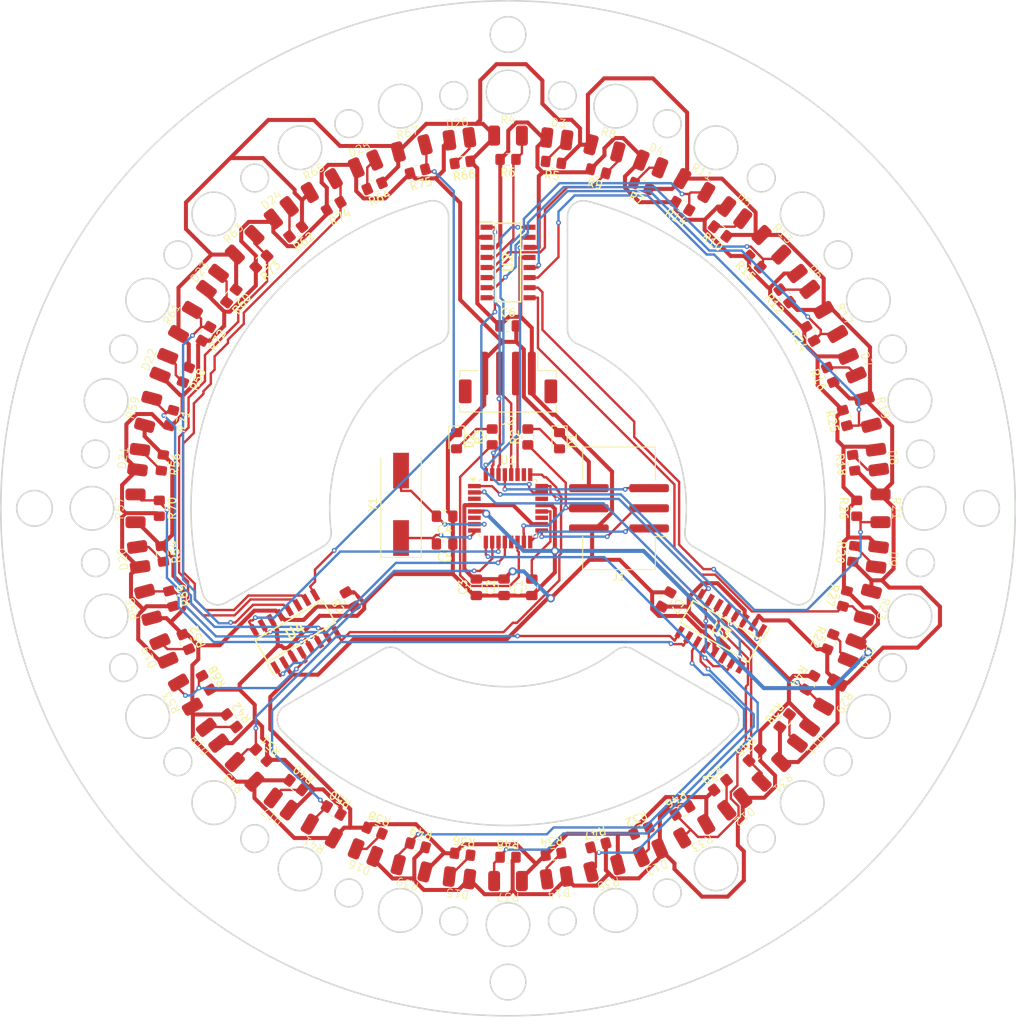
<source format=kicad_pcb>
(kicad_pcb (version 20240108) (generator "pcbnew") (generator_version "8.0")
  (layers (0 "F.Cu" signal) (31 "B.Cu" signal) (34 "B.Paste" user) (35 "F.Paste" user) (36 "B.SilkS" user "B.Silkscreen") (37 "F.SilkS" user "F.Silkscreen") (38 "B.Mask" user) (39 "F.Mask" user) (44 "Edge.Cuts" user))
  (net 0 "")
  (net 1 "Net-(U1-AREF)")
  (net 2 "GND")
  (net 3 "+5V")
  (net 4 "Net-(U1-XTAL1{slash}PB6)")
  (net 5 "Net-(U1-XTAL2{slash}PB7)")
  (net 6 "Net-(D1-A)")
  (net 7 "Net-(D2-A)")
  (net 8 "Net-(D3-A)")
  (net 9 "Net-(D4-A)")
  (net 10 "Net-(D5-A)")
  (net 11 "Net-(D6-A)")
  (net 12 "Net-(D7-A)")
  (net 13 "Net-(D8-A)")
  (net 14 "Net-(D9-A)")
  (net 15 "Net-(D10-A)")
  (net 16 "Net-(D11-A)")
  (net 17 "Net-(D12-A)")
  (net 18 "Net-(D13-A)")
  (net 19 "Net-(D14-A)")
  (net 20 "Net-(D15-A)")
  (net 21 "Net-(D16-A)")
  (net 22 "Net-(D17-A)")
  (net 23 "Net-(D18-A)")
  (net 24 "Net-(D19-A)")
  (net 25 "Net-(D20-A)")
  (net 26 "Net-(D21-A)")
  (net 27 "Net-(D22-A)")
  (net 28 "Net-(D23-A)")
  (net 29 "Net-(D24-A)")
  (net 30 "Net-(D25-A)")
  (net 31 "Net-(D26-A)")
  (net 32 "Net-(J1-Pin_1)")
  (net 33 "Net-(J1-Pin_5)")
  (net 34 "Net-(J1-Pin_4)")
  (net 35 "Net-(J1-Pin_3)")
  (net 36 "Net-(U1-PB2)")
  (net 37 "Net-(U2-S1)")
  (net 38 "Net-(U2-S2)")
  (net 39 "Net-(U2-S3)")
  (net 40 "Net-(U2-S4)")
  (net 41 "Net-(U2-S5)")
  (net 42 "Net-(U2-S6)")
  (net 43 "Net-(U2-S7)")
  (net 44 "Net-(U2-S8)")
  (net 45 "Net-(U3-S1)")
  (net 46 "Net-(U3-S2)")
  (net 47 "Net-(U3-S3)")
  (net 48 "Net-(U3-S4)")
  (net 49 "Net-(U3-S5)")
  (net 50 "Net-(U3-S6)")
  (net 51 "Net-(U3-S7)")
  (net 52 "Net-(U3-S8)")
  (net 53 "Net-(U4-S1)")
  (net 54 "Net-(U4-S2)")
  (net 55 "Net-(U4-S3)")
  (net 56 "Net-(U4-S4)")
  (net 57 "Net-(U4-S5)")
  (net 58 "Net-(U4-S6)")
  (net 59 "Net-(U4-S7)")
  (net 60 "Net-(U4-S8)")
  (net 61 "LSC_1_A2")
  (net 63 "SCL")
  (net 64 "LSC_2_A1")
  (net 65 "LSC_3_A1")
  (net 67 "LS_CLUSTER_1")
  (net 68 "LS_CLUSTER_2")
  (net 69 "LSC_2_A0")
  (net 70 "LSC_1_A1")
  (net 71 "LSC_2_A2")
  (net 72 "LSC_3_A2")
  (net 73 "SDA")
  (net 74 "LSC_1_A0")
  (net 75 "LSC_3_A0")
  (net 76 "LS_CLUSTER_3")
  (footprint "footprints:Photoresistor_SMD_5mm" (layer "F.Cu") (at 45.3985 -12.1645 -75)
    (property "Reference" "R19")
    (property "Value" "R_Photo")
  )
  (footprint "Crystal:Crystal_SMD_HC49-SD" (layer "F.Cu") (at -13.5 -0.5 90)
    (property "Reference" "Y1")
    (property "Value" "Crystal")
  )
  (footprint "Resistor_SMD:R_0805_2012Metric_Pad1.20x1.40mm_HandSolder" (layer "F.Cu") (at 31.1127 31.1127 -135)
    (property "Reference" "R45")
    (property "Value" "10k")
  )
  (footprint "footprints:LED_SMD_3mm" (layer "F.Cu") (at -46.5979 -6.1347 83)
    (property "Reference" "D21")
    (property "Value" "LED")
  )
  (footprint "footprints:Photoresistor_SMD_5mm" (layer "F.Cu") (at -33.234 -33.234 45)
    (property "Reference" "R63")
    (property "Value" "R_Photo")
  )
  (footprint "footprints:LED_SMD_3mm" (layer "F.Cu") (at -17.9861 -43.4223 23)
    (property "Reference" "D25")
    (property "Value" "LED")
  )
  (footprint "Resistor_SMD:R_0805_2012Metric_Pad1.20x1.40mm_HandSolder" (layer "F.Cu") (at 43.6236 5.7432 -97)
    (property "Reference" "R20")
    (property "Value" "330")
  )
  (footprint "footprints:LED_SMD_3mm" (layer "F.Cu") (at 17.9861 43.4223 -157)
    (property "Reference" "D13")
    (property "Value" "LED")
  )
  (footprint "footprints:ADG608BRZ" (layer "F.Cu") (at 0 -31)
    (property "Reference" "U2")
    (property "Value" "ADG608BRZ" (hide yes))
  )
  (footprint "Package_QFP:TQFP-32_7x7mm_P0.8mm" (layer "F.Cu") (at 0 0)
    (property "Reference" "U1")
    (property "Value" "ATmega328PB-A")
  )
  (footprint "footprints:LED_SMD_3mm" (layer "F.Cu") (at -43.4223 17.9861 113)
    (property "Reference" "D19")
    (property "Value" "LED")
  )
  (footprint "footprints:Photoresistor_SMD_5mm" (layer "F.Cu") (at -23.5 -40.7032 30)
    (property "Reference" "R65")
    (property "Value" "R_Photo")
  )
  (footprint "footprints:Photoresistor_SMD_5mm" (layer "F.Cu") (at 12.1645 45.3985 -165)
    (property "Reference" "R35")
    (property "Value" "R_Photo")
  )
  (footprint "Resistor_SMD:R_0805_2012Metric_Pad1.20x1.40mm_HandSolder" (layer "F.Cu") (at -5.7432 43.6236 173)
    (property "Reference" "R36")
    (property "Value" "330")
  )
  (footprint "footprints:LED_SMD_3mm" (layer "F.Cu") (at -6.1347 46.5979 173)
    (property "Reference" "D15")
    (property "Value" "LED")
  )
  (footprint "Resistor_SMD:R_0805_2012Metric_Pad1.20x1.40mm_HandSolder" (layer "F.Cu") (at -31.1127 -31.1127 45)
    (property "Reference" "R73")
    (property "Value" "10k")
  )
  (footprint "Resistor_SMD:R_0805_2012Metric_Pad1.20x1.40mm_HandSolder" (layer "F.Cu") (at 31.1127 -31.1127 -45)
    (property "Reference" "R15")
    (property "Value" "10k")
  )
  (footprint "footprints:LED_SMD_3mm" (layer "F.Cu") (at -43.4223 -17.9861 68)
    (property "Reference" "D22")
    (property "Value" "LED")
  )
  (footprint "Resistor_SMD:R_0805_2012Metric_Pad1.20x1.40mm_HandSolder" (layer "F.Cu") (at 42.5007 -11.388 -75)
    (property "Reference" "R25")
    (property "Value" "10k")
  )
  (footprint "Resistor_SMD:R_0805_2012Metric_Pad1.20x1.40mm_HandSolder" (layer "F.Cu") (at -22 38.1051 150)
    (property "Reference" "R50")
    (property "Value" "10k")
  )
  (footprint "Resistor_SMD:R_0805_2012Metric_Pad1.20x1.40mm_HandSolder" (layer "F.Cu") (at 0 -44)
    (property "Reference" "R6")
    (property "Value" "10k")
  )
  (footprint "footprints:LED_SMD_3mm" (layer "F.Cu") (at 28.6118 37.2876 -142)
    (property "Reference" "D12")
    (property "Value" "LED")
  )
  (footprint "footprints:Photoresistor_SMD_5mm" (layer "F.Cu") (at 47 0 -90)
    (property "Reference" "R21")
    (property "Value" "R_Photo")
  )
  (footprint "footprints:LED_SMD_3mm" (layer "F.Cu") (at 46.5979 6.1347 -97)
    (property "Reference" "D9")
    (property "Value" "LED")
  )
  (footprint "Resistor_SMD:R_0805_2012Metric_Pad1.20x1.40mm_HandSolder" (layer "F.Cu") (at 34.9075 -26.7855 -52)
    (property "Reference" "R12")
    (property "Value" "330")
  )
  (footprint "Resistor_SMD:R_0805_2012Metric_Pad1.20x1.40mm_HandSolder" (layer "F.Cu") (at -40.6507 16.8381 113)
    (property "Reference" "R52")
    (property "Value" "330")
  )
  (footprint "Resistor_SMD:R_0805_2012Metric_Pad1.20x1.40mm_HandSolder" (layer "F.Cu") (at 16.8381 -40.6507 -22)
    (property "Reference" "R7")
    (property "Value" "330")
  )
  (footprint "Resistor_SMD:R_0805_2012Metric_Pad1.20x1.40mm_HandSolder" (layer "F.Cu") (at 34.9075 26.7855 -127)
    (property "Reference" "R28")
    (property "Value" "330")
  )
  (footprint "Capacitor_SMD:C_0805_2012Metric_Pad1.18x1.45mm_HandSolder" (layer "F.Cu") (at -8 4.5 180)
    (property "Reference" "C5")
    (property "Value" "22pF")
  )
  (footprint "Resistor_SMD:R_0805_2012Metric_Pad1.20x1.40mm_HandSolder" (layer "F.Cu") (at -2 -9 90)
    (property "Reference" "R3")
    (property "Value" "330")
  )
  (footprint "footprints:Photoresistor_SMD_5mm" (layer "F.Cu") (at -12.1645 45.3985 165)
    (property "Reference" "R39")
    (property "Value" "R_Photo")
  )
  (footprint "Capacitor_SMD:C_0805_2012Metric_Pad1.18x1.45mm_HandSolder" (layer "F.Cu") (at -4 9.9625 90)
    (property "Reference" "C3")
    (property "Value" "100nF")
  )
  (footprint "footprints:LED_SMD_3mm" (layer "F.Cu") (at -37.2876 28.6118 128)
    (property "Reference" "D18")
    (property "Value" "LED")
  )
  (footprint "Resistor_SMD:R_0805_2012Metric_Pad1.20x1.40mm_HandSolder" (layer "F.Cu") (at 38.1051 -22 -60)
    (property "Reference" "R24")
    (property "Value" "10k")
  )
  (footprint "Connector_IDC:IDC-Header_2x03_P2.54mm_Vertical_SMD" (layer "F.Cu") (at 14 0 180)
    (property "Reference" "J1")
    (property "Value" "Conn_02x03_Odd_Even")
  )
  (footprint "Resistor_SMD:R_0805_2012Metric_Pad1.20x1.40mm_HandSolder" (layer "F.Cu") (at -43.6236 5.7432 98)
    (property "Reference" "R54")
    (property "Value" "330")
  )
  (footprint "Resistor_SMD:R_0805_2012Metric_Pad1.20x1.40mm_HandSolder" (layer "F.Cu") (at 22 -38.1051 -30)
    (property "Reference" "R14")
    (property "Value" "10k")
  )
  (footprint "footprints:LED_SMD_3mm" (layer "F.Cu") (at 37.2876 -28.6118 -52)
    (property "Reference" "D6")
    (property "Value" "LED")
  )
  (footprint "footprints:ADG608BRZ" (layer "F.Cu") (at -26.8468 15.5 120)
    (property "Reference" "U4")
    (property "Value" "ADG608BRZ" (hide yes))
  )
  (footprint "Resistor_SMD:R_0805_2012Metric_Pad1.20x1.40mm_HandSolder" (layer "F.Cu") (at -5.7432 -43.6236 8)
    (property "Reference" "R66")
    (property "Value" "330")
  )
  (footprint "footprints:Photoresistor_SMD_5mm" (layer "F.Cu") (at -23.5 40.7032 150)
    (property "Reference" "R41")
    (property "Value" "R_Photo")
  )
  (footprint "footprints:LED_SMD_3mm" (layer "F.Cu") (at 43.4223 -17.9861 -67)
    (property "Reference" "D7")
    (property "Value" "LED")
  )
  (footprint "footprints:Photoresistor_SMD_5mm" (layer "F.Cu") (at -40.7032 -23.5 60)
    (property "Reference" "R61")
    (property "Value" "R_Photo")
  )
  (footprint "Capacitor_SMD:C_0805_2012Metric_Pad1.18x1.45mm_HandSolder" (layer "F.Cu") (at -0.5 9.9625 90)
    (property "Reference" "C2")
    (property "Value" "100nF")
  )
  (footprint "Capacitor_SMD:C_0805_2012Metric_Pad1.18x1.45mm_HandSolder" (layer "F.Cu") (at 0 -23)
    (property "Reference" "C6")
    (property "Value" "100nF")
  )
  (footprint "Resistor_SMD:R_0805_2012Metric_Pad1.20x1.40mm_HandSolder" (layer "F.Cu") (at 11.388 42.5007 -165)
    (property "Reference" "R47")
    (property "Value" "10k")
  )
  (footprint "footprints:Photoresistor_SMD_5mm" (layer "F.Cu") (at 40.7032 -23.5 -60)
    (property "Reference" "R17")
    (property "Value" "R_Photo")
  )
  (footprint "footprints:Photoresistor_SMD_5mm" (layer "F.Cu") (at -12.1645 -45.3985 15)
    (property "Reference" "R67")
    (property "Value" "R_Photo")
  )
  (footprint "footprints:LED_SMD_3mm" (layer "F.Cu") (at -28.6118 37.2876 143)
    (property "Reference" "D17")
    (property "Value" "LED")
  )
  (footprint "Resistor_SMD:R_0805_2012Metric_Pad1.20x1.40mm_HandSolder" (layer "F.Cu") (at -34.9075 26.7855 128)
    (property "Reference" "R42")
    (property "Value" "330")
  )
  (footprint "footprints:LED_SMD_3mm" (layer "F.Cu") (at 46.5979 -6.1347 -82)
    (property "Reference" "D8")
    (property "Value" "LED")
  )
  (footprint "footprints:ADG608BRZ" (layer "F.Cu") (at 26.8468 15.5 -120)
    (property "Reference" "U3")
    (property "Value" "ADG608BRZ" (hide yes))
  )
  (footprint "footprints:LED_SMD_3mm" (layer "F.Cu") (at 6.1347 46.5979 -172)
    (property "Reference" "D14")
    (property "Value" "LED")
  )
  (footprint "Capacitor_SMD:C_0805_2012Metric_Pad1.18x1.45mm_HandSolder" (layer "F.Cu") (at -19.9186 11.5 120)
    (property "Reference" "C8")
    (property "Value" "100nF")
  )
  (footprint "Resistor_SMD:R_0805_2012Metric_Pad1.20x1.40mm_HandSolder" (layer "F.Cu") (at 22 38.1051 -150)
    (property "Reference" "R46")
    (property "Value" "10k")
  )
  (footprint "footprints:Photoresistor_SMD_5mm" (layer "F.Cu") (at 40.7032 23.5 -120)
    (property "Reference" "R29")
    (property "Value" "R_Photo")
  )
  (footprint "footprints:LED_SMD_3mm" (layer "F.Cu") (at -6.1347 -46.5979 8)
    (property "Reference" "D26")
    (property "Value" "LED")
  )
  (footprint "Resistor_SMD:R_0805_2012Metric_Pad1.20x1.40mm_HandSolder" (layer "F.Cu") (at 43.6236 -5.7432 -82)
    (property "Reference" "R18")
    (property "Value" "330")
  )
  (footprint "Resistor_SMD:R_0805_2012Metric_Pad1.20x1.40mm_HandSolder" (layer "F.Cu") (at -22 -38.1051 30)
    (property "Reference" "R74")
    (property "Value" "10k")
  )
  (footprint "footprints:LED_SMD_3mm" (layer "F.Cu") (at -17.9861 43.4223 158)
    (property "Reference" "D16")
    (property "Value" "LED")
  )
  (footprint "Resistor_SMD:R_0805_2012Metric_Pad1.20x1.40mm_HandSolder" (layer "F.Cu") (at -11.388 42.5007 165)
    (property "Reference" "R49")
    (property "Value" "10k")
  )
  (footprint "Resistor_SMD:R_0805_2012Metric_Pad1.20x1.40mm_HandSolder" (layer "F.Cu") (at 40.6507 -16.8381 -67)
    (property "Reference" "R16")
    (property "Value" "330")
  )
  (footprint "Resistor_SMD:R_0805_2012Metric_Pad1.20x1.40mm_HandSolder" (layer "F.Cu") (at -26.7855 34.9075 143)
    (property "Reference" "R40")
    (property "Value" "330")
  )
  (footprint "Resistor_SMD:R_0805_2012Metric_Pad1.20x1.40mm_HandSolder" (layer "F.Cu") (at 5.7432 43.6236 -172)
    (property "Reference" "R34")
    (property "Value" "330")
  )
  (footprint "Resistor_SMD:R_0805_2012Metric_Pad1.20x1.40mm_HandSolder" (layer "F.Cu") (at -38.1051 22 120)
    (property "Reference" "R68")
    (property "Value" "10k")
  )
  (footprint "Resistor_SMD:R_0805_2012Metric_Pad1.20x1.40mm_HandSolder" (layer "F.Cu") (at -44 0 90)
    (property "Reference" "R70")
    (property "Value" "10k")
  )
  (footprint "Resistor_SMD:R_0805_2012Metric_Pad1.20x1.40mm_HandSolder" (layer "F.Cu") (at -42.5007 11.388 105)
    (property "Reference" "R69")
    (property "Value" "10k")
  )
  (footprint "Capacitor_SMD:C_0805_2012Metric_Pad1.18x1.45mm_HandSolder" (layer "F.Cu") (at 3 9.9625 -90)
    (property "Reference" "C1")
    (property "Value" "100nF")
  )
  (footprint "footprints:Photoresistor_SMD_5mm" (layer "F.Cu") (at 0 -47)
    (property "Reference" "R4")
    (property "Value" "R_Photo")
  )
  (footprint "Resistor_SMD:R_0805_2012Metric_Pad1.20x1.40mm_HandSolder" (layer "F.Cu") (at 42.5007 11.388 -105)
    (property "Reference" "R27")
    (property "Value" "10k")
  )
  (footprint "Resistor_SMD:R_0805_2012Metric_Pad1.20x1.40mm_HandSolder" (layer "F.Cu") (at -11.388 -42.5007 15)
    (property "Reference" "R75")
    (property "Value" "10k")
  )
  (footprint "footprints:Photoresistor_SMD_5mm" (layer "F.Cu") (at -40.7032 23.5 120)
    (property "Reference" "R53")
    (property "Value" "R_Photo")
  )
  (footprint "Connector_JST:JST_PH_B4B-PH-SM4-TB_1x04-1MP_P2.00mm_Vertical" (layer "F.Cu") (at 0 -16.5 180)
    (property "Reference" "J2")
    (property "Value" "Conn_01x04")
  )
  (footprint "Resistor_SMD:R_0805_2012Metric_Pad1.20x1.40mm_HandSolder" (layer "F.Cu") (at -38.1051 -22 60)
    (property "Reference" "R72")
    (property "Value" "10k")
  )
  (footprint "Resistor_SMD:R_0805_2012Metric_Pad1.20x1.40mm_HandSolder" (layer "F.Cu") (at 26.7855 34.9075 -142)
    (property "Reference" "R30")
    (property "Value" "330")
  )
  (footprint "LED_SMD:LED_0805_2012Metric_Pad1.15x1.40mm_HandSolder" (layer "F.Cu") (at 6.5 -8.525 -90)
    (property "Reference" "D1")
    (property "Value" "RED_LED")
  )
  (footprint "footprints:LED_SMD_3mm" (layer "F.Cu") (at 17.9861 -43.4223 -22)
    (property "Reference" "D4")
    (property "Value" "LED")
  )
  (footprint "Resistor_SMD:R_0805_2012Metric_Pad1.20x1.40mm_HandSolder" (layer "F.Cu") (at 0 44 180)
    (property "Reference" "R48")
    (property "Value" "10k")
  )
  (footprint "Resistor_SMD:R_0805_2012Metric_Pad1.20x1.40mm_HandSolder" (layer "F.Cu") (at -43.6236 -5.7432 83)
    (property "Reference" "R56")
    (property "Value" "330")
  )
  (footprint "Resistor_SMD:R_0805_2012Metric_Pad1.20x1.40mm_HandSolder" (layer "F.Cu") (at -42.5007 -11.388 75)
    (property "Reference" "R71")
    (property "Value" "10k")
  )
  (footprint "Resistor_SMD:R_0805_2012Metric_Pad1.20x1.40mm_HandSolder" (layer "F.Cu") (at 16.8381 40.6507 -157)
    (property "Reference" "R32")
    (property "Value" "330")
  )
  (footprint "Resistor_SMD:R_0805_2012Metric_Pad1.20x1.40mm_HandSolder" (layer "F.Cu") (at -26.7855 -34.9075 38)
    (property "Reference" "R62")
    (property "Value" "330")
  )
  (footprint "footprints:LED_SMD_3mm" (layer "F.Cu") (at -46.5979 6.1347 98)
    (property "Reference" "D20")
    (property "Value" "LED")
  )
  (footprint "Resistor_SMD:R_0805_2012Metric_Pad1.20x1.40mm_HandSolder" (layer "F.Cu") (at -16.8381 40.6507 158)
    (property "Reference" "R38")
    (property "Value" "330")
  )
  (footprint "LED_SMD:LED_0805_2012Metric_Pad1.15x1.40mm_HandSolder" (layer "F.Cu") (at -6.5 -8.525 -90)
    (property "Reference" "D2")
    (property "Value" "GREEN_LED")
  )
  (footprint "footprints:Photoresistor_SMD_5mm" (layer "F.Cu") (at -33.234 33.234 135)
    (property "Reference" "R43")
    (property "Value" "R_Photo")
  )
  (footprint "Resistor_SMD:R_0805_2012Metric_Pad1.20x1.40mm_HandSolder" (layer "F.Cu") (at -16.8381 -40.6507 23)
    (property "Reference" "R64")
    (property "Value" "330")
  )
  (footprint "Resistor_SMD:R_0805_2012Metric_Pad1.20x1.40mm_HandSolder" (layer "F.Cu") (at 5.7432 -43.6236 -7)
    (property "Reference" "R5")
    (property "Value" "330")
  )
  (footprint "footprints:Photoresistor_SMD_5mm" (layer "F.Cu") (at 23.5 -40.7032 -30)
    (property "Reference" "R11")
    (property "Value" "R_Photo")
  )
  (footprint "Resistor_SMD:R_0805_2012Metric_Pad1.20x1.40mm_HandSolder" (layer "F.Cu") (at -31.1127 31.1127 135)
    (property "Reference" "R51")
    (property "Value" "10k")
  )
  (footprint "footprints:Photoresistor_SMD_5mm" (layer "F.Cu") (at -47 0 90)
    (property "Reference" "R57")
    (property "Value" "R_Photo")
  )
  (footprint "footprints:LED_SMD_3mm" (layer "F.Cu") (at -28.6118 -37.2876 38)
    (property "Reference" "D24")
    (property "Value" "LED")
  )
  (footprint "footprints:Photoresistor_SMD_5mm" (layer "F.Cu") (at 0 47 180)
    (property "Reference" "R37")
    (property "Value" "R_Photo")
  )
  (footprint "footprints:LED_SMD_3mm" (layer "F.Cu") (at 43.4223 17.9861 -112)
    (property "Reference" "D10")
    (property "Value" "LED")
  )
  (footprint "Resistor_SMD:R_0805_2012Metric_Pad1.20x1.40mm_HandSolder" (layer "F.Cu") (at 11.388 -42.5007 -15)
    (property "Reference" "R9")
    (property "Value" "10k")
  )
  (footprint "footprints:LED_SMD_3mm" (layer "F.Cu") (at -37.2876 -28.6118 53)
    (property "Reference" "D23")
    (property "Value" "LED")
  )
  (footprint "Capacitor_SMD:C_0805_2012Metric_Pad1.18x1.45mm_HandSolder" (layer "F.Cu") (at -8 1 180)
    (property "Reference" "C4")
    (property "Value" "22pF")
  )
  (footprint "Resistor_SMD:R_0805_2012Metric_Pad1.20x1.40mm_HandSolder" (layer "F.Cu") (at 44 0 -90)
    (property "Reference" "R26")
    (property "Value" "10k")
  )
  (footprint "footprints:Photoresistor_SMD_5mm" (layer "F.Cu") (at 23.5 40.7032 -150)
    (property "Reference" "R33")
    (property "Value" "R_Photo")
  )
  (footprint "Resistor_SMD:R_0805_2012Metric_Pad1.20x1.40mm_HandSolder" (layer "F.Cu") (at 26.7855 -34.9075 -37)
    (property "Reference" "R10")
    (property "Value" "330")
  )
  (footprint "footprints:Photoresistor_SMD_5mm" (layer "F.Cu") (at 12.1645 -45.3985 -15)
    (property "Reference" "R8")
    (property "Value" "R_Photo")
  )
  (footprint "Resistor_SMD:R_0805_2012Metric_Pad1.20x1.40mm_HandSolder" (layer "F.Cu") (at -40.6507 -16.8381 68)
    (property "Reference" "R58")
    (property "Value" "330")
  )
  (footprint "Capacitor_SMD:C_0805_2012Metric_Pad1.18x1.45mm_HandSolder" (layer "F.Cu") (at 19.9186 11.5 -120)
    (property "Reference" "C7")
    (property "Value" "100nF")
  )
  (footprint "Resistor_SMD:R_0805_2012Metric_Pad1.20x1.40mm_HandSolder" (layer "F.Cu") (at 40.6507 16.8381 -112)
    (property "Reference" "R22")
    (property "Value" "330")
  )
  (footprint "footprints:Photoresistor_SMD_5mm" (layer "F.Cu") (at 45.3985 12.1645 -105)
    (property "Reference" "R23")
    (property "Value" "R_Photo")
  )
  (footprint "footprints:LED_SMD_3mm" (layer "F.Cu") (at 6.1347 -46.5979 -7)
    (property "Reference" "D3")
    (property "Value" "LED")
  )
  (footprint "footprints:Photoresistor_SMD_5mm" (layer "F.Cu") (at 33.234 -33.234 -45)
    (property "Reference" "R13")
    (property "Value" "R_Photo")
  )
  (footprint "footprints:Photoresistor_SMD_5mm" (layer "F.Cu") (at -45.3985 -12.1645 75)
    (property "Reference" "R59")
    (property "Value" "R_Photo")
  )
  (footprint "footprints:LED_SMD_3mm" (layer "F.Cu") (at 37.2876 28.6118 -127)
    (property "Reference" "D11")
    (property "Value" "LED")
  )
  (footprint "Resistor_SMD:R_0805_2012Metric_Pad1.20x1.40mm_HandSolder" (layer "F.Cu") (at 2.5 -9 90)
    (property "Reference" "R2")
    (property "Value" "330")
  )
  (footprint "footprints:Photoresistor_SMD_5mm" (layer "F.Cu") (at 33.234 33.234 -135)
    (property "Reference" "R31")
    (property "Value" "R_Photo")
  )
  (footprint "footprints:LED_SMD_3mm" (layer "F.Cu") (at 28.6118 -37.2876 -37)
    (property "Reference" "D5")
    (property "Value" "LED")
  )
  (footprint "footprints:Photoresistor_SMD_5mm" (layer "F.Cu") (at -45.3985 12.1645 105)
    (property "Reference" "R55")
    (property "Value" "R_Photo")
  )
  (footprint "Resistor_SMD:R_0805_2012Metric_Pad1.20x1.40mm_HandSolder" (layer "F.Cu") (at 38.1051 22 -120)
    (property "Reference" "R44")
    (property "Value" "10k")
  )
  (footprint "Resistor_SMD:R_0805_2012Metric_Pad1.20x1.40mm_HandSolder" (layer "F.Cu") (at -34.9075 -26.7855 53)
    (property "Reference" "R60")
    (property "Value" "330")
  )
  (gr_arc (start 8.724531 -20.739638) (mid 19.485572 -11.25) (end 22.323318 2.814154) (stroke (width 0.2)) (layer "Edge.Cuts"))
  (gr_arc (start -35.613979 11.901487) (mid -37.370929 12.020677) (end -38.541079 10.704688) (stroke (width 0.2)) (layer "Edge.Cuts"))
  (gr_circle (center 13.588 -50.7111) (end 10.838 -50.7111) (stroke (width 0.2)) (fill none) (layer "Edge.Cuts"))
  (gr_circle (center -48.5037 -20.0909) (end -50.2537 -20.0909) (stroke (width 0.2)) (fill none) (layer "Edge.Cuts"))
  (gr_circle (center 41.6511 -31.96) (end 39.9011 -31.96) (stroke (width 0.2)) (fill none) (layer "Edge.Cuts"))
  (gr_circle (center -20.0909 -48.5037) (end -21.8409 -48.5037) (stroke (width 0.2)) (fill none) (layer "Edge.Cuts"))
  (gr_circle (center 13.588 50.7111) (end 10.838 50.7111) (stroke (width 0.2)) (fill none) (layer "Edge.Cuts"))
  (gr_arc (start 13.598788 17.925484) (mid -0.00002 22.5) (end -13.598819 17.92546) (stroke (width 0.2)) (layer "Edge.Cuts"))
  (gr_circle (center -52.5 0) (end -55.25 0) (stroke (width 0.2)) (fill none) (layer "Edge.Cuts"))
  (gr_arc (start 28.102359 24.885179) (mid 29.094764 26.347172) (end 28.54104 28.025172) (stroke (width 0.2)) (layer "Edge.Cuts"))
  (gr_circle (center 41.6511 31.96) (end 39.9011 31.96) (stroke (width 0.2)) (fill none) (layer "Edge.Cuts"))
  (gr_circle (center 45.4663 -26.25) (end 42.7163 -26.25) (stroke (width 0.2)) (fill none) (layer "Edge.Cuts"))
  (gr_arc (start -38.541051 10.704634) (mid -34.641025 -20.000031) (end -9.999998 -38.729858) (stroke (width 0.2)) (layer "Edge.Cuts"))
  (gr_circle (center 50.7111 13.588) (end 47.9611 13.588) (stroke (width 0.2)) (fill none) (layer "Edge.Cuts"))
  (gr_circle (center -41.6511 31.96) (end -43.4011 31.96) (stroke (width 0.2)) (fill none) (layer "Edge.Cuts"))
  (gr_circle (center 0 0) (end -64 0) (stroke (width 0.2)) (fill none) (layer "Edge.Cuts"))
  (gr_circle (center -45.4663 26.25) (end -48.2163 26.25) (stroke (width 0.2)) (fill none) (layer "Edge.Cuts"))
  (gr_arc (start 23.307622 4.796413) (mid 22.516292 3.953854) (end 22.323306 2.814199) (stroke (width 0.2)) (layer "Edge.Cuts"))
  (gr_circle (center 52.0509 6.85263) (end 50.3009 6.85263) (stroke (width 0.2)) (fill none) (layer "Edge.Cuts"))
  (gr_line (start -15.819196 17.793495) (end -28.125333 24.898443) (stroke (width 0.2)) (layer "Edge.Cuts"))
  (gr_circle (center 31.96 -41.6511) (end 30.21 -41.6511) (stroke (width 0.2)) (fill none) (layer "Edge.Cuts"))
  (gr_arc (start -28.541051 28.025158) (mid -29.095678 26.353809) (end -28.125333 24.898443) (stroke (width 0.2)) (layer "Edge.Cuts"))
  (gr_circle (center 37.1231 -37.1231) (end 34.3731 -37.1231) (stroke (width 0.2)) (fill none) (layer "Edge.Cuts"))
  (gr_circle (center -59.75 0) (end -62 0) (stroke (width 0.2)) (fill none) (layer "Edge.Cuts"))
  (gr_line (start 7.5 -36.7933) (end 7.5 -22.5832) (stroke (width 0.2)) (layer "Edge.Cuts"))
  (gr_circle (center 48.5037 -20.0909) (end 46.7537 -20.0909) (stroke (width 0.2)) (fill none) (layer "Edge.Cuts"))
  (gr_circle (center 6.85263 52.0509) (end 5.10263 52.0509) (stroke (width 0.2)) (fill none) (layer "Edge.Cuts"))
  (gr_circle (center 20.0909 -48.5037) (end 18.3409 -48.5037) (stroke (width 0.2)) (fill none) (layer "Edge.Cuts"))
  (gr_circle (center -6.85263 52.0509) (end -8.60263 52.0509) (stroke (width 0.2)) (fill none) (layer "Edge.Cuts"))
  (gr_circle (center 0 52.5) (end -2.75 52.5) (stroke (width 0.2)) (fill none) (layer "Edge.Cuts"))
  (gr_circle (center -37.1231 -37.1231) (end -39.8731 -37.1231) (stroke (width 0.2)) (fill none) (layer "Edge.Cuts"))
  (gr_arc (start -22.323305 2.814203) (mid -22.516339 3.953884) (end -23.307682 4.796447) (stroke (width 0.2)) (layer "Edge.Cuts"))
  (gr_arc (start -15.819196 17.793495) (mid -14.68228 17.52273) (end -13.598819 17.925424) (stroke (width 0.2)) (layer "Edge.Cuts"))
  (gr_circle (center -6.85263 -52.0509) (end -8.60263 -52.0509) (stroke (width 0.2)) (fill none) (layer "Edge.Cuts"))
  (gr_circle (center -50.7111 13.588) (end -53.4611 13.588) (stroke (width 0.2)) (fill none) (layer "Edge.Cuts"))
  (gr_line (start -7.5 -36.793299) (end -7.5 -22.583201) (stroke (width 0.2)) (layer "Edge.Cuts"))
  (gr_circle (center 48.5037 20.0909) (end 46.7537 20.0909) (stroke (width 0.2)) (fill none) (layer "Edge.Cuts"))
  (gr_circle (center 0 59.75) (end -2.25 59.75) (stroke (width 0.2)) (fill none) (layer "Edge.Cuts"))
  (gr_arc (start 13.598816 17.925426) (mid 14.682278 17.52273) (end 15.819067 17.79342) (stroke (width 0.2)) (layer "Edge.Cuts"))
  (gr_arc (start -22.323313 2.814196) (mid -19.485572 -11.249999) (end -8.724494 -20.739653) (stroke (width 0.2)) (layer "Edge.Cuts"))
  (gr_line (start 23.307622 4.796413) (end 35.613979 11.901488) (stroke (width 0.2)) (layer "Edge.Cuts"))
  (gr_circle (center -45.4663 -26.25) (end -48.2163 -26.25) (stroke (width 0.2)) (fill none) (layer "Edge.Cuts"))
  (gr_circle (center -26.25 45.4663) (end -29 45.4663) (stroke (width 0.2)) (fill none) (layer "Edge.Cuts"))
  (gr_arc (start 10.00033 -38.729748) (mid 34.641016 -20) (end 38.541111 10.704335) (stroke (width 0.2)) (layer "Edge.Cuts"))
  (gr_arc (start -10 -38.729792) (mid -8.275255 -38.374439) (end -7.5 -36.793299) (stroke (width 0.2)) (layer "Edge.Cuts"))
  (gr_arc (start 28.540781 28.025414) (mid -0.000175 40) (end -28.541026 28.025165) (stroke (width 0.2)) (layer "Edge.Cuts"))
  (gr_circle (center -20.0909 48.5037) (end -21.8409 48.5037) (stroke (width 0.2)) (fill none) (layer "Edge.Cuts"))
  (gr_circle (center -31.96 -41.6511) (end -33.71 -41.6511) (stroke (width 0.2)) (fill none) (layer "Edge.Cuts"))
  (gr_circle (center 6.85263 -52.0509) (end 5.10263 -52.0509) (stroke (width 0.2)) (fill none) (layer "Edge.Cuts"))
  (gr_circle (center -13.588 -50.7111) (end -16.338 -50.7111) (stroke (width 0.2)) (fill none) (layer "Edge.Cuts"))
  (gr_arc (start 38.541056 10.704617) (mid 37.370942 12.020626) (end 35.614 11.901451) (stroke (width 0.2)) (layer "Edge.Cuts"))
  (gr_arc (start 7.5 -36.7933) (mid 8.275262 -38.374444) (end 10.000016 -38.729787) (stroke (width 0.2)) (layer "Edge.Cuts"))
  (gr_circle (center -48.5037 20.0909) (end -50.2537 20.0909) (stroke (width 0.2)) (fill none) (layer "Edge.Cuts"))
  (gr_circle (center -50.7111 -13.588) (end -53.4611 -13.588) (stroke (width 0.2)) (fill none) (layer "Edge.Cuts"))
  (gr_line (start -23.307683 4.796448) (end -35.613979 11.901487) (stroke (width 0.2)) (layer "Edge.Cuts"))
  (gr_circle (center 45.4663 26.25) (end 42.7163 26.25) (stroke (width 0.2)) (fill none) (layer "Edge.Cuts"))
  (gr_circle (center -41.6511 -31.96) (end -43.4011 -31.96) (stroke (width 0.2)) (fill none) (layer "Edge.Cuts"))
  (gr_circle (center 52.0509 -6.85263) (end 50.3009 -6.85263) (stroke (width 0.2)) (fill none) (layer "Edge.Cuts"))
  (gr_circle (center -31.96 41.6511) (end -33.71 41.6511) (stroke (width 0.2)) (fill none) (layer "Edge.Cuts"))
  (gr_circle (center 37.1231 37.1231) (end 34.3731 37.1231) (stroke (width 0.2)) (fill none) (layer "Edge.Cuts"))
  (gr_arc (start 8.724489 -20.739675) (mid 7.834014 -21.476635) (end 7.5 -22.5832) (stroke (width 0.2)) (layer "Edge.Cuts"))
  (gr_line (start 15.819067 17.79342) (end 28.102359 24.885179) (stroke (width 0.2)) (layer "Edge.Cuts"))
  (gr_circle (center -37.1231 37.1231) (end -39.8731 37.1231) (stroke (width 0.2)) (fill none) (layer "Edge.Cuts"))
  (gr_circle (center 26.25 -45.4663) (end 23.5 -45.4663) (stroke (width 0.2)) (fill none) (layer "Edge.Cuts"))
  (gr_circle (center 20.0909 48.5037) (end 18.3409 48.5037) (stroke (width 0.2)) (fill none) (layer "Edge.Cuts"))
  (gr_circle (center -52.0509 6.85263) (end -53.8009 6.85263) (stroke (width 0.2)) (fill none) (layer "Edge.Cuts"))
  (gr_circle (center 0 -59.75) (end -2.25 -59.75) (stroke (width 0.2)) (fill none) (layer "Edge.Cuts"))
  (gr_circle (center 0 -52.5) (end -2.75 -52.5) (stroke (width 0.2)) (fill none) (layer "Edge.Cuts"))
  (gr_arc (start -7.5 -22.583201) (mid -7.834013 -21.476635) (end -8.724486 -20.739677) (stroke (width 0.2)) (layer "Edge.Cuts"))
  (gr_circle (center 52.5 0) (end 49.75 0) (stroke (width 0.2)) (fill none) (layer "Edge.Cuts"))
  (gr_circle (center -26.25 -45.4663) (end -29 -45.4663) (stroke (width 0.2)) (fill none) (layer "Edge.Cuts"))
  (gr_circle (center 26.25 45.4663) (end 23.5 45.4663) (stroke (width 0.2)) (fill none) (layer "Edge.Cuts"))
  (gr_circle (center 59.75 0) (end 57.5 0) (stroke (width 0.2)) (fill none) (layer "Edge.Cuts"))
  (gr_circle (center 31.96 41.6511) (end 30.21 41.6511) (stroke (width 0.2)) (fill none) (layer "Edge.Cuts"))
  (gr_circle (center -52.0509 -6.85263) (end -53.8009 -6.85263) (stroke (width 0.2)) (fill none) (layer "Edge.Cuts"))
  (gr_circle (center -13.588 50.7111) (end -16.338 50.7111) (stroke (width 0.2)) (fill none) (layer "Edge.Cuts"))
  (gr_circle (center 50.7111 -13.588) (end 47.9611 -13.588) (stroke (width 0.2)) (fill none) (layer "Edge.Cuts"))
  (segment (start 5.35 4.1849) (end 5.35 0.4) (width 0.3) (layer "F.Cu") (net 1))
  (segment (start 3 8.925) (end 3 6.5349) (width 0.3) (layer "F.Cu") (net 1))
  (segment (start 4.25 0.4) (end 5.35 0.4) (width 0.3) (layer "F.Cu") (net 1))
  (segment (start 3 6.5349) (end 5.35 4.1849) (width 0.3) (layer "F.Cu") (net 1))
  (segment (start 45.4556 18.1592) (end 45.4556 17.8293) (width 0.508) (layer "F.Cu") (net 2))
  (segment (start 42.9009 0.0991) (end 44 -1) (width 0.508) (layer "F.Cu") (net 2))
  (segment (start -4 11) (end -0.5 11) (width 0.508) (layer "F.Cu") (net 2))
  (segment (start 46.4212 -7.3923) (end 46.0426 -7.7709) (width 0.508) (layer "F.Cu") (net 2))
  (segment (start -31.8198 -30.4056) (end -31.8198 -28.0853) (width 0.508) (layer "F.Cu") (net 2))
  (segment (start 22.8077 13.0231) (end 24.6764 14.8918) (width 0.508) (layer "F.Cu") (net 2))
  (segment (start 12.7492 46.0438) (end 12.3539 45.6485) (width 0.508) (layer "F.Cu") (net 2))
  (segment (start 30.4056 -31.8198) (end 30.4056 -30.2445) (width 0.508) (layer "F.Cu") (net 2))
  (segment (start -48.6985 0.1678) (end -48.6985 -2.9284) (width 0.508) (layer "F.Cu") (net 2))
  (segment (start -32.7212 -36.1215) (end -33.663 -35.1797) (width 0.508) (layer "F.Cu") (net 2))
  (segment (start 20.6394 37.4099) (end 19.1551 38.8942) (width 0.508) (layer "F.Cu") (net 2))
  (segment (start 5.4129 48.6555) (end 7.3923 46.6761) (width 0.508) (layer "F.Cu") (net 2))
  (segment (start -22.866 -37.6051) (end -22.866 -37.0782) (width 0.508) (layer "F.Cu") (net 2))
  (segment (start 19.5415 43.6306) (end 16.5048 46.6673) (width 0.508) (layer "F.Cu") (net 2))
  (segment (start 34.8515 -29.6126) (end 36.5057 -29.6126) (width 0.508) (layer "F.Cu") (net 2))
  (segment (start -21.134 38.6051) (end -21.134 37.6588) (width 0.508) (layer "F.Cu") (net 2))
  (segment (start 27.1406 18.8012) (end 27.8216 17.6218) (width 0.508) (layer "F.Cu") (net 2))
  (segment (start -46.8713 -11.8895) (end -44.9374 -11.8895) (width 0.508) (layer "F.Cu") (net 2))
  (segment (start 4.3671 -42.3733) (end 3.7141 -43.0263) (width 0.508) (layer "F.Cu") (net 2))
  (segment (start 26.4803 -38.0519) (end 27.5975 -38.0519) (width 0.508) (layer "F.Cu") (net 2))
  (segment (start 10.4221 -42.7595) (end 10.0359 -42.3733) (width 0.508) (layer "F.Cu") (net 2))
  (segment (start -46.0042 12.7601) (end -46.6591 13.415) (width 0.508) (layer "F.Cu") (net 2))
  (segment (start 39.1799 -19.1551) (end 39.0561 -19.0313) (width 0.508) (layer "F.Cu") (net 2))
  (segment (start 44.4349 16.8086) (end 43.8981 16.8086) (width 0.508) (layer "F.Cu") (net 2))
  (segment (start -29.0589 16.3844) (end -29.1432 16.3001) (width 0.508) (layer "F.Cu") (net 2))
  (segment (start 45.7949 12.509) (end 46.6725 13.3866) (width 0.508) (layer "F.Cu") (net 2))
  (segment (start 37.2786 -22.6481) (end 33.0723 -26.8544) (width 0.508) (layer "F.Cu") (net 2))
  (segment (start -35.8072 -23.0078) (end -37.681 -21.134) (width 0.508) (layer "F.Cu") (net 2))
  (segment (start 26.9656 16.7658) (end 27.8216 17.6218) (width 0.508) (layer "F.Cu") (net 2))
  (segment (start -44.0454 19.1551) (end -42.9261 19.1551) (width 0.508) (layer "F.Cu") (net 2))
  (segment (start 26.4411 9.4501) (end 29.8526 12.8616) (width 0.508) (layer "F.Cu") (net 2))
  (segment (start -19.468 10.6015) (end -18.1447 11.9248) (width 0.508) (layer "F.Cu") (net 2))
  (segment (start -41.064 -11.7855) (end -42.4274 -10.4221) (width 0.508) (layer "F.Cu") (net 2))
  (segment (start 25.5347 14.8918) (end 26.5068 15.8639) (width 0.508) (layer "F.Cu") (net 2))
  (segment (start 37.3872 -20.7002) (end 37.3872 -22.6481) (width 0.508) (layer "F.Cu") (net 2))
  (segment (start 29 42.5) (end 29 39.707) (width 0.508) (layer "F.Cu") (net 2))
  (segment (start -29.0589 17.3655) (end -29.0589 16.3844) (width 0.508) (layer "F.Cu") (net 2))
  (segment (start 22.4607 -36.384) (end 24.8124 -36.384) (width 0.508) (layer "F.Cu") (net 2))
  (segment (start -41.064 -14.2762) (end -41.064 -11.7855) (width 0.508) (layer "F.Cu") (net 2))
  (segment (start 21.134 -38.6051) (end 16.583 -38.6051) (width 0.508) (layer "F.Cu") (net 2))
  (segment (start 3.7141 -43.0263) (end 3.7141 -45.5926) (width 0.508) (layer "F.Cu") (net 2))
  (segment (start 1.0375 -23) (end 1.0375 -20.9875) (width 0.508) (layer "F.Cu") (net 2))
  (segment (start 32.8167 -27.8334) (end 33.0723 -27.8334) (width 0.508) (layer "F.Cu") (net 2))
  (segment (start 22.8077 12.3985) (end 22.8077 13.0231) (width 0.508) (layer "F.Cu") (net 2))
  (segment (start 42.3877 4.2039) (end 42.9009 3.6907) (width 0.508) (layer "F.Cu") (net 2))
  (segment (start 29.8526 12.8616) (end 29.8526 14.1038) (width 0.508) (layer "F.Cu") (net 2))
  (segment (start 19.5415 43.3125) (end 19.5415 43.6306) (width 0.508) (layer "F.Cu") (net 2))
  (segment (start 2 -20.025) (end 2 -14.05) (width 0.508) (layer "F.Cu") (net 2))
  (segment (start -0.7236 -20.9875) (end 1.0375 -20.9875) (width 0.508) (layer "F.Cu") (net 2))
  (segment (start 29.756491 46.927801) (end 29.756491 43.256491) (width 0.508) (layer "F.Cu") (net 2))
  (segment (start -45.598 12.3539) (end -46.0042 12.7601) (width 0.508) (layer "F.Cu") (net 2))
  (segment (start -38.6051 -21.134) (end -39.1012 -20.6379) (width 0.508) (layer "F.Cu") (net 2))
  (segment (start -6.0384 -26.3023) (end -0.7236 -20.9875) (width 0.508) (layer "F.Cu") (net 2))
  (segment (start 24.566 9.4501) (end 26.4411 9.4501) (width 0.508) (layer "F.Cu") (net 2))
  (segment (start -19.028 13.562) (end -23.7618 13.562) (width 0.508) (layer "F.Cu") (net 2))
  (segment (start 21.134 -37.7107) (end 22.4607 -36.384) (width 0.508) (layer "F.Cu") (net 2))
  (segment (start -46.6763 7.3923) (end -48.6882 5.3804) (width 0.508) (layer "F.Cu") (net 2))
  (segment (start 13.4505 -46.6946) (end 12.1687 -45.4128) (width 0.508) (layer "F.Cu") (net 2))
  (segment (start 12.1687 -44.5061) (end 10.4221 -42.7595) (width 0.508) (layer "F.Cu") (net 2))
  (segment (start -10.6215 48.1294) (end -11.82 46.9309) (width 0.508) (layer "F.Cu") (net 2))
  (segment (start 39.0561 -19.0313) (end 39.0561 -15.5397) (width 0.508) (layer "F.Cu") (net 2))
  (segment (start -29.6126 -34.8505) (end -29.6126 -36.1215) (width 0.508) (layer "F.Cu") (net 2))
  (segment (start 29 39.707) (end 29.6126 39.0944) (width 0.508) (layer "F.Cu") (net 2))
  (segment (start 0.1199 48.6686) (end 0.5869 48.2016) (width 0.508) (layer "F.Cu") (net 2))
  (segment (start -18.1447 12.6787) (end -19.028 13.562) (width 0.508) (layer "F.Cu") (net 2))
  (segment (start -15.5148 -39.081) (end -18.2231 -39.081) (width 0.508) (layer "F.Cu") (net 2))
  (segment (start 36.0195 21.134) (end 35.521 21.6325) (width 0.508) (layer "F.Cu") (net 2))
  (segment (start -7.5882 0.3743) (end -6.9625 1) (width 0.508) (layer "F.Cu") (net 2))
  (segment (start 45.4556 17.8293) (end 44.4349 16.8086) (width 0.508) (layer "F.Cu") (net 2))
  (segment (start 42.2419 -12.3539) (end 41.5626 -11.6746) (width 0.508) (layer "F.Cu") (net 2))
  (segment (start 12.1687 -45.4128) (end 12.1687 -44.5061) (width 0.508) (layer "F.Cu") (net 2))
  (segment (start -29.1432 15.3116) (end -29.1716 15.2832) (width 0.508) (layer "F.Cu") (net 2))
  (segment (start -40.9634 -14.2762) (end -41.064 -14.2762) (width 0.508) (layer "F.Cu") (net 2))
  (segment (start 26.5068 16.3069) (end 26.9656 16.7657) (width 0.508) (layer "F.Cu") (net 2))
  (segment (start -31.8198 -28.0853) (end -35.1037 -24.8014) (width 0.508) (layer "F.Cu") (net 2))
  (segment (start -6.0384 -38.5223) (end -6.0384 -26.3023) (width 0.508) (layer "F.Cu") (net 2))
  (segment (start 30.4056 -30.2445) (end 32.8167 -27.8334) (width 0.508) (layer "F.Cu") (net 2))
  (segment (start -11.7149 -41.6029) (end -9.119 -41.6029) (width 0.508) (layer "F.Cu") (net 2))
  (segment (start 33.0723 -27.8334) (end 34.8515 -29.6126) (width 0.508) (layer "F.Cu") (net 2))
  (segment (start -1 -44) (end -0.9731 -44) (width 0.508) (layer "F.Cu") (net 2))
  (segment (start 24.6764 14.8918) (end 25.5347 14.8918) (width 0.508) (layer "F.Cu") (net 2))
  (segment (start -22.6827 -43.3121) (end -19.5411 -43.3121) (width 0.508) (layer "F.Cu") (net 2))
  (segment (start 21 44.77093) (end 19.155141 42.926071) (width 0.508) (layer "F.Cu") (net 2))
  (segment (start -20.4373 10.6015) (end -19.468 10.6015) (width 0.508) (layer "F.Cu") (net 2))
  (segment (start 3.7141 -45.5926) (end 4.625 -46.5035) (width 0.508) (layer "F.Cu") (net 2))
  (segment (start 22.8077 11.2084) (end 24.566 9.4501) (width 0.508) (layer "F.Cu") (net 2))
  (segment (start -46.6591 16.5414) (end -44.0454 19.1551) (width 0.508) (layer "F.Cu") (net 2))
  (segment (start 35.4432 21.7103) (end 35.4432 24.4513) (width 0.508) (layer "F.Cu") (net 2))
  (segment (start 5.9127 5.3703) (end 5.9127 0.0587) (width 0.508) (layer "F.Cu") (net 2))
  (segment (start -44.3843 0.6157) (end -44 1) (width 0.508) (layer "F.Cu") (net 2))
  (segment (start -27.0679 38.0519) (end -27.5975 38.0519) (width 0.508) (layer "F.Cu") (net 2))
  (segment (start 42.3243 -2.6757) (end 44 -1) (width 0.508) (layer "F.Cu") (net 2))
  (segment (start -6.9625 8.2915) (end -14.5114 8.2915) (width 0.508) (layer "F.Cu") (net 2))
  (segment (start -6.9625 8.2915) (end -4.254 11) (width 0.508) (layer "F.Cu") (net 2))
  (segment (start 29.8526 14.1038) (end 29.1716 15.2832) (width 0.508) (layer "F.Cu") (net 2))
  (segment (start 16.8086 -43.8981) (end 16.8086 -44.4212) (width 0.508) (layer "F.Cu") (net 2))
  (segment (start 10.0359 -42.3733) (end 4.3671 -42.3733) (width 0.508) (layer "F.Cu") (net 2))
  (segment (start -33.663 -33.698) (end -31.8198 -31.8548) (width 0.508) (layer "F.Cu") (net 2))
  (segment (start -35.8072 -24.8014) (end -38.0519 -27.0461) (width 0.508) (layer "F.Cu") (net 2))
  (segment (start -41.3657 -14.2762) (end -43.8981 -16.8086) (width 0.508) (layer "F.Cu") (net 2))
  (segment (start -9.119 -41.6029) (end -6.0384 -38.5223) (width 0.508) (layer "F.Cu") (net 2))
  (segment (start 37.3872 -22.6481) (end 37.2786 -22.6481) (width 0.508) (layer "F.Cu") (net 2))
  (segment (start 19.155141 42.926071) (end 19.155141 43.655141) (width 0.508) (layer "F.Cu") (net 2))
  (segment (start 21.134 -38.6051) (end 21.134 -37.7107) (width 0.508) (layer "F.Cu") (net 2))
  (segment (start -39.1012 -20.6379) (end -39.1012 -16.3349) (width 0.508) (layer "F.Cu") (net 2))
  (segment (start 42.9009 3.6907) (end 42.9009 0.0991) (width 0.508) (layer "F.Cu") (net 2))
  (segment (start -21.134 37.6588) (end -23.3483 35.4445) (width 0.508) (layer "F.Cu") (net 2))
  (segment (start -9.119 -41.6029) (end -8.1038 -42.6181) (width 0.508) (layer "F.Cu") (net 2))
  (segment (start 22.8077 12.3985) (end 19.3998 12.3985) (width 0.508) (layer "F.Cu") (net 2))
  (segment (start -23.3483 35.4445) (end -24.4605 35.4445) (width 0.508) (layer "F.Cu") (net 2))
  (segment (start -18.1447 11.9248) (end -18.1447 12.6787) (width 0.508) (layer "F.Cu") (net 2))
  (segment (start 31.8198 28.0747) (end 35.4432 24.4513) (width 0.508) (layer "F.Cu") (net 2))
  (segment (start -23.5123 -41.0755) (end -23.5123 -42.4825) (width 0.508) (layer "F.Cu") (net 2))
  (segment (start -37.6051 22.866) (end -33.8696 22.866) (width 0.508) (layer "F.Cu") (net 2))
  (segment (start 21 45.5) (end 21 44.77093) (width 0.508) (layer "F.Cu") (net 2))
  (segment (start 13.3727 46.6673) (end 12.7492 46.0438) (width 0.508) (layer "F.Cu") (net 2))
  (segment (start -19.1551 -40.013) (end -19.1551 -42.9261) (width 0.508) (layer "F.Cu") (net 2))
  (segment (start -27.1406 18.8012) (end -27.8216 17.6218) (width 0.508) (layer "F.Cu") (net 2))
  (segment (start -0.9731 -44) (end -0.9731 -33.4774) (width 0.508) (layer "F.Cu") (net 2))
  (segment (start 24.472791 48.972791) (end 21 45.5) (width 0.508) (layer "F.Cu") (net 2))
  (segment (start 42.9009 3.6907) (end 45.5692 3.6907) (width 0.508) (layer "F.Cu") (net 2))
  (segment (start 26.5068 15.8639) (end 26.5068 16.3069) (width 0.508) (layer "F.Cu") (net 2))
  (segment (start 37.3872 -22.6481) (end 37.6051 -22.866) (width 0.508) (layer "F.Cu") (net 2))
  (segment (start -31.9612 26.7771) (end -34.7967 29.6126) (width 0.508) (layer "F.Cu") (net 2))
  (segment (start 26.9656 16.7657) (end 26.9656 16.7658) (width 0.508) (layer "F.Cu") (net 2))
  (segment (start -14.5764 46.6754) (end -16.8086 44.4432) (width 0.508) (layer "F.Cu") (net 2))
  (segment (start -39.5706 -15.669) (end -40.9634 -14.2762) (width 0.508) (layer "F.Cu") (net 2))
  (segment (start 22.8077 12.3985) (end 22.8077 11.2084) (width 0.508) (layer "F.Cu") (net 2))
  (segment (start -22.866 -37.0782) (end -26.8927 -33.0515) (width 0.508) (layer "F.Cu") (net 2))
  (segment (start 41.5626 -8.5326) (end 42.3243 -7.7709) (width 0.508) (layer "F.Cu") (net 2))
  (segment (start 46.6725 13.3866) (end 46.6725 14.571) (width 0.508) (layer "F.Cu") (net 2))
  (segment (start -47.5693 8.2853) (end -46.6763 7.3923) (width 0.508) (layer "F.Cu") (net 2))
  (segment (start 42.3243 -7.7709) (end 42.3243 -2.6757) (width 0.508) (layer "F.Cu") (net 2))
  (segment (start 8.2954 47.5792) (end 11.2138 47.5792) (width 0.508) (layer "F.Cu") (net 2))
  (segment (start -30.405593 29.594407) (end -31.0249 28.9751) (width 0.508) (layer "F.Cu") (net 2))
  (segment (start -42.4274 -10.4221) (end -42.7595 -10.4221) (width 0.508) (layer "F.Cu") (net 2))
  (segment (start -30.3071 31.7213) (end -28.1837 31.7213) (width 0.508) (layer "F.Cu") (net 2))
  (segment (start -28.1837 31.7213) (end -24.4605 35.4445) (width 0.508) (layer "F.Cu") (net 2))
  (segment (start 45.5692 3.6907) (end 46.7527 4.8742) (width 0.508) (layer "F.Cu") (net 2))
  (segment (start 0.5869 44.4131) (end 1 44) (width 0.508) (layer "F.Cu") (net 2))
  (segment (start -39.1012 -16.3349) (end -39.5706 -15.8655) (width 0.508) (layer "F.Cu") (net 2))
  (segment (start 12.3539 45.6485) (end 12.3539 42.2419) (width 0.508) (layer "F.Cu") (net 2))
  (segment (start -8.1038 -42.6181) (end -8.1038 -45.7097) (width 0.508) (layer "F.Cu") (net 2))
  (segment (start 7.3923 46.6761) (end 8.2954 47.5792) (width 0.508) (layer "F.Cu") (net 2))
  (segment (start -33.8696 22.1762) (end -29.0589 17.3655) (width 0.508) (layer "F.Cu") (net 2))
  (segment (start -12.3539 -42.2419) (end -15.5148 -39.081) (width 0.508) (layer "F.Cu") (net 2))
  (segment (start -11.82 46.9309) (end -11.82 46.6754) (width 0.508) (layer "F.Cu") (net 2))
  (segment (start 5.9127 8.0873) (end 3 11) (width 0.508) (layer "F.Cu") (net 2))
  (segment (start 4.625 -46.5035) (end 4.8742 -46.7527) (width 0.508) (layer "F.Cu") (net 2))
  (segment (start -6.5 -9.55) (end -3 -13.05) (width 0.508) (layer "F.Cu") (net 2))
  (segment (start 29.6126 36.5057) (end 32.3059 36.5057) (width 0.508) (layer "F.Cu") (net 2))
  (segment (start 29.1716 15.2832) (end 35.521 21.6325) (width 0.508) (layer "F.Cu") (net 2))
  (segment (start -16.8086 44.4432) (end -16.8086 43.8981) (width 0.508) (layer "F.Cu") (net 2))
  (segment (start 42.3877 10.0503) (end 42.3877 4.2039) (width 0.508) (layer "F.Cu") (net 2))
  (segment (start -29.8526 14.1038) (end -29.1716 15.2832) (width 0.508) (layer "F.Cu") (net 2))
  (segment (start 16.5048 46.6673) (end 13.3727 46.6673) (width 0.508) (layer "F.Cu") (net 2))
  (segment (start -48.6985 -2.9284) (end -46.7527 -4.8742) (width 0.508) (layer "F.Cu") (net 2))
  (segment (start -39.5706 -15.8655) (end -39.5706 -15.669) (width 0.508) (layer "F.Cu") (net 2))
  (segment (start -30.4056 31.8198) (end -30.3071 31.7213) (width 0.508) (layer "F.Cu") (net 2))
  (segment (start 44.8464 12.509) (end 45.7949 12.509) (width 0.508) (layer "F.Cu") (net 2))
  (segment (start -48.2506 0.6157) (end -48.6985 0.1678) (width 0.508) (layer "F.Cu") (net 2))
  (segment (start -44.9374 -11.8895) (end -43.47 -10.4221) (width 0.508) (layer "F.Cu") (net 2))
  (segment (start 2 -14.05) (end 6.5 -9.55) (width 0.508) (layer "F.Cu") (net 2))
  (segment (start 22.6708 37.4099) (end 20.6394 37.4099) (width 0.508) (layer "F.Cu") (net 2))
  (segment (start -46.0042 12.7601) (end -47.5693 11.195) (width 0.508) (layer "F.Cu") (net 2))
  (segment (start -28.5763 17.3655) (end -29.0589 17.3655) (width 0.508) (layer "F.Cu") (net 2))
  (segment (start -6.9625 4.5) (end -6.9625 8.2915) (width 0.508) (layer "F.Cu") (net 2))
  (segment (start -42.2419 12.3539) (end -45.598 12.3539) (width 0.508) (layer "F.Cu") (net 2))
  (segment (start 27.711501 48.972791) (end 29.756491 46.927801) (width 0.508) (layer "F.Cu") (net 2))
  (segment (start -31.7727 26.7771) (end -31.9612 26.7771) (width 0.508) (layer "F.Cu") (net 2))
  (segment (start -33.663 -35.1797) (end -33.663 -33.698) (width 0.508) (layer "F.Cu") (net 2))
  (segment (start -46.7527 -4.8742) (end -48.1572 -6.2787) (width 0.508) (layer "F.Cu") (net 2))
  (segment (start -2.712 -32.905) (end -1.5455 -32.905) (width 0.508) (layer "F.Cu") (net 2))
  (segment (start -14.5114 8.2915) (end -18.1447 11.9248) (width 0.508) (layer "F.Cu") (net 2))
  (segment (start 0.0248 -47.6226) (end 0.0248 -44.9979) (width 0.508) (layer "F.Cu") (net 2))
  (segment (start 5.9127 0.0587) (end 5.454 -0.4) (width 0.508) (layer "F.Cu") (net 2))
  (segment (start 33.0723 -26.8544) (end 33.0723 -27.8334) (width 0.508) (layer "F.Cu") (net 2))
  (segment (start 38.0519 27.06) (end 38.0519 27.5975) (width 0.508) (layer "F.Cu") (net 2))
  (segment (start 11.2138 47.5792) (end 12.7492 46.0438) (width 0.508) (layer "F.Cu") (net 2))
  (segment (start -30.405593 31.819807) (end -30.405593 29.594407) (width 0.508) (layer "F.Cu") (net 2))
  (segment (start -48.6882 1.0533) (end -48.2506 0.6157) (width 0.508) (layer "F.Cu") (net 2))
  (segment (start 4.25 -0.4) (end 5.454 -0.4) (width 0.508) (layer "F.Cu") (net 2))
  (segment (start -26.8927 -33.0515) (end -27.8136 -33.0515) (width 0.508) (layer "F.Cu") (net 2))
  (segment (start 3 11) (end -0.5 11) (width 0.508) (layer "F.Cu") (net 2))
  (segment (start 19.5415 43.3125) (end 19.1551 42.9261) (width 0.508) (layer "F.Cu") (net 2))
  (segment (start 31.8198 31.8198) (end 31.8198 28.0747) (width 0.508) (layer "F.Cu") (net 2))
  (segment (start -0.9731 -33.4774) (end -1.5455 -32.905) (width 0.508) (layer "F.Cu") (net 2))
  (segment (start 33.6883 33.6883) (end 31.8198 31.8198) (width 0.508) (layer "F.Cu") (net 2))
  (segment (start -47.5693 11.195) (end -47.5693 8.2853) (width 0.508) (layer "F.Cu") (net 2))
  (segment (start -38.0519 -27.0461) (end -38.0519 -27.5975) (width 0.508) (layer "F.Cu") (net 2))
  (segment (start 30.4056 -31.8198) (end 28.0919 -31.8198) (width 0.508) (layer "F.Cu") (net 2))
  (segment (start -31.0249 28.9751) (end -31.0249 27.5249) (width 0.508) (layer "F.Cu") (net 2))
  (segment (start 46.0426 -7.7709) (end 42.3243 -7.7709) (width 0.508) (layer "F.Cu") (net 2))
  (segment (start 1.0408 48.6555) (end 5.4129 48.6555) (width 0.508) (layer "F.Cu") (net 2))
  (segment (start -28.32 17.6218) (end -28.5763 17.3655) (width 0.508) (layer "F.Cu") (net 2))
  (segment (start 5.9127 5.3703) (end 5.9127 8.0873) (width 0.508) (layer "F.Cu") (net 2))
  (segment (start 24.472791 48.972791) (end 27.711501 48.972791) (width 0.508) (layer "F.Cu") (net 2))
  (segment (start -35.8072 -24.8014) (end -35.8072 -23.0078) (width 0.508) (layer "F.Cu") (net 2))
  (segment (start -24.4605 35.4445) (end -27.0679 38.0519) (width 0.508) (layer "F.Cu") (net 2))
  (segment (start -27.8136 -33.0515) (end -29.6126 -34.8505) (width 0.508) (layer "F.Cu") (net 2))
  (segment (start -4.8742 46.7527) (end -6.2509 48.1294) (width 0.508) (layer "F.Cu") (net 2))
  (segment (start 24.8124 -35.0993) (end 24.8124 -36.384) (width 0.508) (layer "F.Cu") (net 2))
  (segment (start -6.9625 1) (end -6.9625 4.5) (width 0.508) (layer "F.Cu") (net 2))
  (segment (start -6.2509 48.1294) (end -10.6215 48.1294) (width 0.508) (layer "F.Cu") (net 2))
  (segment (start 3.8785 -41.8847) (end 3.8785 -32.905) (width 0.508) (layer "F.Cu") (net 2))
  (segment (start 19.1551 38.8942) (end 19.1551 42.9261) (width 0.508) (layer "F.Cu") (net 2))
  (segment (start -3.0143 0.4) (end -2.7424 0.6719) (width 0.508) (layer "F.Cu") (net 2))
  (segment (start -48.2506 0.6157) (end -44.3843 0.6157) (width 0.508) (layer "F.Cu") (net 2))
  (segment (start -11.82 46.6754) (end -11.82 44.1574) (width 0.508) (layer "F.Cu") (net 2))
  (segment (start 39.0561 -15.5397) (end 42.2419 -12.3539) (width 0.508) (layer "F.Cu") (net 2))
  (segment (start 14.7572 -41.8467) (end 16.8086 -43.8981) (width 0.508) (layer "F.Cu") (net 2))
  (segment (start -31.8198 -31.8548) (end -31.8198 -30.4056) (width 0.508) (layer "F.Cu") (net 2))
  (segment (start -46.6763 7.3923) (end -46.4212 7.3923) (width 0.508) (layer "F.Cu") (net 2))
  (segment (start -29.1432 16.3001) (end -29.1432 15.3116) (width 0.508) (layer "F.Cu") (net 2))
  (segment (start -33.8696 22.866) (end -31.9612 24.7744) (width 0.508) (layer "F.Cu") (net 2))
  (segment (start -29.6126 -36.1215) (end -29.6126 -36.5057) (width 0.508) (layer "F.Cu") (net 2))
  (segment (start -2.9583 48.6686) (end 0.1199 48.6686) (width 0.508) (layer "F.Cu") (net 2))
  (segment (start 4.625 -46.5035) (end 2.4768 -48.6517) (width 0.508) (layer "F.Cu") (net 2))
  (segment (start -4.25 0.4) (end -3.0143 0.4) (width 0.508) (layer "F.Cu") (net 2))
  (segment (start 2.712 -32.905) (end 3.8785 -32.905) (width 0.508) (layer "F.Cu") (net 2))
  (segment (start -48.6882 5.3804) (end -48.6882 1.0533) (width 0.508) (layer "F.Cu") (net 2))
  (segment (start -4.254 11) (end -4 11) (width 0.508) (layer "F.Cu") (net 2))
  (segment (start -3 -18.7111) (end -0.7236 -20.9875) (width 0.508) (layer "F.Cu") (net 2))
  (segment (start 22.866 37.6051) (end 22.6708 37.4099) (width 0.508) (layer "F.Cu") (net 2))
  (segment (start -31.9612 24.7744) (end -31.9612 26.7771) (width 0.508) (layer "F.Cu") (net 2))
  (segment (start 32.3059 36.5057) (end 33.6883 35.1233) (width 0.508) (layer "F.Cu") (net 2))
  (segment (start -46.6591 13.415) (end -46.6591 16.5414) (width 0.508) (layer "F.Cu") (net 2))
  (segment (start -11.82 44.1574) (end -10.4221 42.7595) (width 0.508) (layer "F.Cu") (net 2))
  (segment (start 29.6126 39.0944) (end 29.6126 36.5057) (width 0.508) (layer "F.Cu") (net 2))
  (segment (start -22.866 -40.4292) (end -23.5123 -41.0755) (width 0.508) (layer "F.Cu") (net 2))
  (segment (start -41.064 -14.2762) (end -41.3657 -14.2762) (width 0.508) (layer "F.Cu") (net 2))
  (segment (start -29.6126 -36.1215) (end -32.7212 -36.1215) (width 0.508) (layer "F.Cu") (net 2))
  (segment (start 7.3923 46.6761) (end 7.3923 46.4212) (width 0.508) (layer "F.Cu") (net 2))
  (segment (start 35.521 21.6325) (end 35.4432 21.7103) (width 0.508) (layer "F.Cu") (net 2))
  (segment (start -12.3539 -42.2419) (end -11.7149 -41.6029) (width 0.508) (layer "F.Cu") (net 2))
  (segment (start 42.7595 10.4221) (end 42.3877 10.0503) (width 0.508) (layer "F.Cu") (net 2))
  (segment (start -8.1038 -45.7097) (end -7.3923 -46.4212) (width 0.508) (layer "F.Cu") (net 2))
  (segment (start -43.47 -10.4221) (end -42.7595 -10.4221) (width 0.508) (layer "F.Cu") (net 2))
  (segment (start 1.0375 -20.9875) (end 2 -20.025) (width 0.508) (layer "F.Cu") (net 2))
  (segment (start 46.6725 14.571) (end 44.4349 16.8086) (width 0.508) (layer "F.Cu") (net 2))
  (segment (start 0.0248 -44.9979) (end -0.9731 -44) (width 0.508) (layer "F.Cu") (net 2))
  (segment (start -35.1037 -24.8014) (end -35.8072 -24.8014) (width 0.508) (layer "F.Cu") (net 2))
  (segment (start 42.9261 -19.1551) (end 39.1799 -19.1551) (width 0.508) (layer "F.Cu") (net 2))
  (segment (start 41.5626 -11.6746) (end 41.5626 -8.5326) (width 0.508) (layer "F.Cu") (net 2))
  (segment (start 42.7595 10.4221) (end 44.8464 12.509) (width 0.508) (layer "F.Cu") (net 2))
  (segment (start 4.3671 -42.3733) (end 3.8785 -41.8847) (width 0.508) (layer "F.Cu") (net 2))
  (segment (start 28.0919 -31.8198) (end 24.8124 -35.0993) (width 0.508) (layer "F.Cu") (net 2))
  (segment (start 10.2 -5.85) (end 6.5 -9.55) (width 0.508) (layer "F.Cu") (net 2))
  (segment (start -27.8216 17.6218) (end -28.32 17.6218) (width 0.508) (layer "F.Cu") (net 2))
  (segment (start 10.2 -2.54) (end 10.2 -5.85) (width 0.508) (layer "F.Cu") (net 2))
  (segment (start -37.681 -21.134) (end -38.6051 -21.134) (width 0.508) (layer "F.Cu") (net 2))
  (segment (start 39.0561 -19.0313) (end 37.3872 -20.7002) (width 0.508) (layer "F.Cu") (net 2))
  (segment (start 29.756491 43.256491) (end 29 42.5) (width 0.508) (layer "F.Cu") (net 2))
  (segment (start -3 -17) (end -3 -18.7111) (width 0.508) (layer "F.Cu") (net 2))
  (segment (start 1.0539 -48.6517) (end 0.0248 -47.6226) (width 0.508) (layer "F.Cu") (net 2))
  (segment (start -7.5882 -8.4618) (end -7.5882 0.3743) (width 0.508) (layer "F.Cu") (net 2))
  (segment (start -48.1572 -10.6036) (end -46.8713 -11.8895) (width 0.508) (layer "F.Cu") (net 2))
  (segment (start -18.2231 -39.081) (end -19.1551 -40.013) (width 0.508) (layer "F.Cu") (net 2))
  (segment (start 16.583 -38.6051) (end 14.7572 -40.4309) (width 0.508) (layer "F.Cu") (net 2))
  (segment (start -23.7618 13.562) (end -27.8216 17.6218) (width 0.508) (layer "F.Cu") (net 2))
  (segment (start 0.5869 48.2016) (end 1.0408 48.6555) (width 0.508) (layer "F.Cu") (net 2))
  (segment (start -6.5 -9.55) (end -7.5882 -8.4618) (width 0.508) (layer "F.Cu") (net 2))
  (segment (start 16.8086 -44.4212) (end 14.5352 -46.6946) (width 0.508) (layer "F.Cu") (net 2))
  (segment (start -31.0249 27.5249) (end -31.7727 26.7771) (width 0.508) (layer "F.Cu") (net 2))
  (segment (start 0.5869 48.2016) (end 0.5869 44.4131) (width 0.508) (layer "F.Cu") (net 2))
  (segment (start 33.6883 35.1233) (end 33.6883 33.6883) (width 0.508) (layer "F.Cu") (net 2))
  (segment (start -11.82 46.6754) (end -14.5764 46.6754) (width 0.508) (layer "F.Cu") (net 2))
  (segment (start -48.1572 -6.2787) (end -48.1572 -10.6036) (width 0.508) (layer "F.Cu") (net 2))
  (segment (start -34.7967 29.6126) (end -36.5057 29.6126) (width 0.508) (layer "F.Cu") (net 2))
  (segment (start -33.8696 22.866) (end -33.8696 22.1762) (width 0.508) (layer "F.Cu") (net 2))
  (segment (start -4.8742 46.7527) (end -2.9583 48.6686) (width 0.508) (layer "F.Cu") (net 2))
  (segment (start 2.4768 -48.6517) (end 1.0539 -48.6517) (width 0.508) (layer "F.Cu") (net 2))
  (segment (start 35.4432 24.4513) (end 38.0519 27.06) (width 0.508) (layer "F.Cu") (net 2))
  (segment (start 24.8124 -36.384) (end 26.4803 -38.0519) (width 0.508) (layer "F.Cu") (net 2))
  (segment (start -3 -13.05) (end -3 -17) (width 0.508) (layer "F.Cu") (net 2))
  (segment (start -19.5411 -43.3121) (end -19.1551 -42.9261) (width 0.508) (layer "F.Cu") (net 2))
  (segment (start -23.5123 -42.4825) (end -22.6827 -43.3121) (width 0.508) (layer "F.Cu") (net 2))
  (segment (start -22.866 -37.6051) (end -22.866 -40.4292) (width 0.508) (layer "F.Cu") (net 2))
  (segment (start 38.6051 21.134) (end 36.0195 21.134) (width 0.508) (layer "F.Cu") (net 2))
  (segment (start 14.5352 -46.6946) (end 13.4505 -46.6946) (width 0.508) (layer "F.Cu") (net 2))
  (segment (start 14.7572 -40.4309) (end 14.7572 -41.8467) (width 0.508) (layer "F.Cu") (net 2))
  (via (at 5.9127 5.3703) (size 1.016) (drill 0.6096) (layers "F.Cu" "B.Cu") (net 2))
  (via (at -2.7424 0.6719) (size 1.016) (drill 0.6096) (layers "F.Cu" "B.Cu") (net 2))
  (via (at 26.5068 15.8639) (size 1.016) (drill 0.6096) (layers "F.Cu" "B.Cu") (net 2))
  (via (at 45.4556 18.1592) (size 1.016) (drill 0.6096) (layers "F.Cu" "B.Cu") (net 2))
  (segment (start 40.9412 22.6736) (end 45.4556 18.1592) (width 0.508) (layer "B.Cu") (net 2))
  (segment (start 5.9127 5.3703) (end 17.0933 5.3703) (width 0.508) (layer "B.Cu") (net 2))
  (segment (start 5.9127 5.3703) (end 1.956 5.3703) (width 0.508) (layer "B.Cu") (net 2))
  (segment (start 26.5068 14.7838) (end 26.5068 15.8639) (width 0.508) (layer "B.Cu") (net 2))
  (segment (start 32.2688 22.6736) (end 40.9412 22.6736) (width 0.508) (layer "B.Cu") (net 2))
  (segment (start 17.0933 5.3703) (end 26.5068 14.7838) (width 0.508) (layer "B.Cu") (net 2))
  (segment (start 26.5068 16.9116) (end 32.2688 22.6736) (width 0.508) (layer "B.Cu") (net 2))
  (segment (start 1.956 5.3703) (end -2.7424 0.6719) (width 0.508) (layer "B.Cu") (net 2))
  (segment (start 26.5068 15.8639) (end 26.5068 16.9116) (width 0.508) (layer "B.Cu") (net 2))
  (segment (start 5.9555 -11.8022) (end 13.1205 -4.6372) (width 0.508) (layer "F.Cu") (net 3))
  (segment (start 21.984456 -41.5782) (end 22.597453 -42.191197) (width 0.508) (layer "F.Cu") (net 3))
  (segment (start -5.5119 -0.3421) (end -5.5119 7.6664) (width 0.508) (layer "F.Cu") (net 3))
  (segment (start 4.337889 -53.937496) (end 4.337889 -51.013386) (width 0.508) (layer "F.Cu") (net 3))
  (segment (start 0.5828 7.9498) (end 0.4752 7.9498) (width 0.508) (layer "F.Cu") (net 3))
  (segment (start 48.4667 -3.2167) (end 47 -1.75) (width 0.508) (layer "F.Cu") (net 3))
  (segment (start -4 -48.4813) (end -3.505799 -48.975501) (width 0.508) (layer "F.Cu") (net 3))
  (segment (start -8.136 43.5133) (end -10.4741 45.8514) (width 0.508) (layer "F.Cu") (net 3))
  (segment (start -30.241401 -48.972791) (end -35.049509 -44.164683) (width 0.508) (layer "F.Cu") (net 3))
  (segment (start 47 -1.75) (end 48.6497 -0.1003) (width 0.508) (layer "F.Cu") (net 3))
  (segment (start -21.9845 41.5782) (end -26.9604 41.5782) (width 0.508) (layer "F.Cu") (net 3))
  (segment (start -8.136 43.5017) (end -6.7357 43.5017) (width 0.508) (layer "F.Cu") (net 3))
  (segment (start -8.136 43.5017) (end -8.136 43.3267) (width 0.508) (layer "F.Cu") (net 3))
  (segment (start 4.6285 43.7628) (end 4.7529 43.7628) (width 0.508) (layer "F.Cu") (net 3))
  (segment (start -4.25 -0.4) (end -5.454 -0.4) (width 0.508) (layer "F.Cu") (net 3))
  (segment (start 39.8282 -28.9816) (end 39.8282 -25.0155) (width 0.508) (layer "F.Cu") (net 3))
  (segment (start 54.5 12.408908) (end 52.091092 10) (width 0.508) (layer "F.Cu") (net 3))
  (segment (start -8.136 43.5017) (end -8.136 43.5133) (width 0.508) (layer "F.Cu") (net 3))
  (segment (start 47.324 17.5699) (end 42.9094 21.9845) (width 0.508) (layer "F.Cu") (net 3))
  (segment (start -41.5782 -27.8329) (end -37.414537 -31.996563) (width 0.508) (layer "F.Cu") (net 3))
  (segment (start -3.8785 -34.175) (end -3.8785 -25.841) (width 0.508) (layer "F.Cu") (net 3))
  (segment (start -5.5119 7.6664) (end -4.2533 8.925) (width 0.508) (layer "F.Cu") (net 3))
  (segment (start 19.913 36.4137) (end 24.924 36.4137) (width 0.508) (layer "F.Cu") (net 3))
  (segment (start 43.9971 -4.7529) (end 43.7628 -4.7529) (width 0.508) (layer "F.Cu") (net 3))
  (segment (start -1.461501 -56.006491) (end 2.268894 -56.006491) (width 0.508) (layer "F.Cu") (net 3))
  (segment (start 5.6569 -11.8022) (end 5.9555 -11.8022) (width 0.508) (layer "F.Cu") (net 3))
  (segment (start -43.1041 13.8549) (end -44.9456 13.8549) (width 0.508) (layer "F.Cu") (net 3))
  (segment (start -17.7653 40.2761) (end -19.9096 40.2761) (width 0.508) (layer "F.Cu") (net 3))
  (segment (start -37.414537 -31.996563) (end -40.63676 -35.218786) (width 0.508) (layer "F.Cu") (net 3))
  (segment (start 18.1854 10.6015) (end 18.1854 12.7194) (width 0.508) (layer "F.Cu") (net 3))
  (segment (start 47.324 17.5699) (end 51.697192 17.5699) (width 0.508) (layer "F.Cu") (net 3))
  (segment (start -39.8282 19.7874) (end -39.0795 19.0387) (width 0.508) (layer "F.Cu") (net 3))
  (segment (start 39.0103 17.7653) (end 40.2761 17.7653) (width 0.508) (layer "F.Cu") (net 3))
  (segment (start -4.2533 8.925) (end -4 8.925) (width 0.508) (layer "F.Cu") (net 3))
  (segment (start 1.5455 -24.1511) (end 1.5455 -31.635) (width 0.508) (layer "F.Cu") (net 3))
  (segment (start 1.5982 -24.1511) (end 3 -22.7493) (width 0.508) (layer "F.Cu") (net 3))
  (segment (start -28.2404 19.4362) (end -27.5595 20.6156) (width 0.508) (layer "F.Cu") (net 3))
  (segment (start -40.8992 12.697) (end -40.8992 9.8392) (width 0.508) (layer "F.Cu") (net 3))
  (segment (start -39.0795 17.2747) (end -36.374348 17.2747) (width 0.508) (layer "F.Cu") (net 3))
  (segment (start 24.924 36.4137) (end 25.0155 36.5052) (width 0.508) (layer "F.Cu") (net 3))
  (segment (start -19.9096 37.9383) (end -30 27.8479) (width 0.508) (layer "F.Cu") (net 3))
  (segment (start 48.1015 10) (end 47.1869 9.0854) (width 0.508) (layer "F.Cu") (net 3))
  (segment (start -17.3245 39.8353) (end -17.7653 40.2761) (width 0.508) (layer "F.Cu") (net 3))
  (segment (start 31.2401 -37.3311) (end 26.993 -41.5782) (width 0.508) (layer "F.Cu") (net 3))
  (segment (start 48.6497 7.6226) (end 47.1869 9.0854) (width 0.508) (layer "F.Cu") (net 3))
  (segment (start 10.47413 -45.851433) (end 10.077304 -46.248259) (width 0.508) (layer "F.Cu") (net 3))
  (segment (start 1.0606 42.3677) (end -5.6017 42.3677) (width 0.508) (layer "F.Cu") (net 3))
  (segment (start 5.3945 11.3568) (end 4.9925 11.3568) (width 0.508) (layer "F.Cu") (net 3))
  (segment (start -34.3313 34.4714) (end -39.7609 29.0418) (width 0.508) (layer "F.Cu") (net 3))
  (segment (start 31.2401 -34.4714) (end 31.9966 -34.4714) (width 0.508) (layer "F.Cu") (net 3))
  (segment (start -43.5017 -6.7357) (end -45.8514 -9.0854) (width 0.508) (layer "F.Cu") (net 3))
  (segment (start -3.505799 -48.975501) (end -3.505799 -53.962193) (width 0.508) (layer "F.Cu") (net 3))
  (segment (start 8 -49) (end 9.0854 -47.9146) (width 0.508) (layer "F.Cu") (net 3))
  (segment (start -21.1967 -45.6905) (end -24.478991 -48.972791) (width 0.508) (layer "F.Cu") (net 3))
  (segment (start 13.1205 -4.6372) (end 13.1205 0.519) (width 0.508) (layer "F.Cu") (net 3))
  (segment (start 22.4699 13.5758) (end 24.4156 15.5215) (width 0.508) (layer "F.Cu") (net 3))
  (segment (start 45.6703 -20.3307) (end 45.6703 -14.5796) (width 0.508) (layer "F.Cu") (net 3))
  (segment (start -34.3057 -27.5841) (end -34.3057 -31.8309) (width 0.508) (layer "F.Cu") (net 3))
  (segment (start -4.7529 -43.7628) (end -3.8785 -42.8884) (width 0.508) (layer "F.Cu") (net 3))
  (segment (start -40.2761 -17.7653) (end -40.2761 -20.6824) (width 0.508) (layer "F.Cu") (net 3))
  (segment (start 32.2115 14.1376) (end 34.9215 14.1376) (width 0.508) (layer "F.Cu") (net 3))
  (segment (start 6.7357 -43.5017) (end 9.0854 -45.8514) (width 0.508) (layer "F.Cu") (net 3))
  (segment (start -3.1649 -48.4813) (end -1.75 -47.0664) (width 0.508) (layer "F.Cu") (net 3))
  (segment (start 34.9215 14.1376) (end 34.923 14.1391) (width 0.508) (layer "F.Cu") (net 3))
  (segment (start 10.2594 6.4919) (end 10.6069 6.4919) (width 0.508) (layer "F.Cu") (net 3))
  (segment (start -1.75 -47.0664) (end -1.75 -47) (width 0.508) (layer "F.Cu") (net 3))
  (segment (start 14.0758 6.4919) (end 18.1854 10.6015) (width 0.508) (layer "F.Cu") (net 3))
  (segment (start 22.597453 -42.191197) (end 22.597453 -49.902547) (width 0.508) (layer "F.Cu") (net 3))
  (segment (start -4.25 -0.4) (end -3.046 -0.4) (width 0.508) (layer "F.Cu") (net 3))
  (segment (start 31.2401 -34.4714) (end 27.7498 -34.4714) (width 0.508) (layer "F.Cu") (net 3))
  (segment (start -5.6017 42.3677) (end -6.7357 43.5017) (width 0.508) (layer "F.Cu") (net 3))
  (segment (start 4.7529 43.7628) (end 7.4743 41.0414) (width 0.508) (layer "F.Cu") (net 3))
  (segment (start -29.314505 12.906995) (end -28.1463 14.0752) (width 0.508) (layer "F.Cu") (net 3))
  (segment (start -13.8549 -43.1041) (end -15.9176 -41.0414) (width 0.508) (layer "F.Cu") (net 3))
  (segment (start -39.8282 25.0155) (end -39.8282 19.7874) (width 0.508) (layer "F.Cu") (net 3))
  (segment (start 40.2761 20.6824) (end 40.2761 17.7653) (width 0.508) (layer "F.Cu") (net 3))
  (segment (start 52.091092 10) (end 48.1015 10) (width 0.508) (layer "F.Cu") (net 3))
  (segment (start 9.0854 -45.8514) (end 10.4741 -45.8514) (width 0.508) (layer "F.Cu") (net 3))
  (segment (start 54.5 14.767092) (end 54.5 12.408908) (width 0.508) (layer "F.Cu") (net 3))
  (segment (start -23.9811 20.9811) (end -27.194 20.9811) (width 0.508) (layer "F.Cu") (net 3))
  (segment (start -31.8309 34.3057) (end -31.9966 34.4714) (width 0.508) (layer "F.Cu") (net 3))
  (segment (start 3 -17) (end 3 -14.4591) (width 0.508) (layer "F.Cu") (net 3))
  (segment (start 10.077304 -46.248259) (end 10.077304 -52.168396) (width 0.508) (layer "F.Cu") (net 3))
  (segment (start -42.5806 14.3784) (end -40.8992 12.697) (width 0.508) (layer "F.Cu") (net 3))
  (segment (start 4.337889 -51.013386) (end 6.351275 -49) (width 0.508) (layer "F.Cu") (net 3))
  (segment (start -14.5998 -45.6905) (end -13.8549 -44.9456) (width 0.508) (layer "F.Cu") (net 3))
  (segment (start -19.9096 40.2761) (end -19.9096 37.9383) (width 0.508) (layer "F.Cu") (net 3))
  (segment (start 1.75 46.6413) (end 3.5421 44.8492) (width 0.508) (layer "F.Cu") (net 3))
  (segment (start -31.9966 36.542) (end -31.9966 34.4714) (width 0.508) (layer "F.Cu") (net 3))
  (segment (start -25.9975 -35.5232) (end -25.9975 -38.8462) (width 0.508) (layer "F.Cu") (net 3))
  (segment (start 31.2401 -34.4714) (end 31.2401 -37.3311) (width 0.508) (layer "F.Cu") (net 3))
  (segment (start -21.1967 -45.6905) (end -14.5998 -45.6905) (width 0.508) (layer "F.Cu") (net 3))
  (segment (start 13.8549 41.0414) (end 15.9176 41.0414) (width 0.508) (layer "F.Cu") (net 3))
  (segment (start -13.8549 -44.9456) (end -13.8549 -43.1041) (width 0.508) (layer "F.Cu") (net 3))
  (segment (start 4.25 2) (end 3.046 2) (width 0.508) (layer "F.Cu") (net 3))
  (segment (start -37.414537 -31.996563) (end -34.471437 -31.996563) (width 0.508) (layer "F.Cu") (net 3))
  (segment (start -4.7529 -43.7628) (end -1.75 -46.7657) (width 0.508) (layer "F.Cu") (net 3))
  (segment (start 48.6497 -0.1003) (end 48.6497 7.6226) (width 0.508) (layer "F.Cu") (net 3))
  (segment (start -41.0414 15.9176) (end -42.5806 14.3784) (width 0.508) (layer "F.Cu") (net 3))
  (segment (start 3 -14.4591) (end 5.6569 -11.8022) (width 0.508) (layer "F.Cu") (net 3))
  (segment (start -45.8514 -9.0854) (end -45.8514 -10.4741) (width 0.508) (layer "F.Cu") (net 3))
  (segment (start 51.697192 17.5699) (end 54.5 14.767092) (width 0.508) (layer "F.Cu") (net 3))
  (segment (start 2.712 -31.635) (end 1.5455 -31.635) (width 0.508) (layer "F.Cu") (net 3))
  (segment (start -39.7609 25.9975) (end -35.5232 25.9975) (width 0.508) (layer "F.Cu") (net 3))
  (segment (start 41.5782 21.9845) (end 41.5782 26.9973) (width 0.508) (layer "F.Cu") (net 3))
  (segment (start -1.0375 -23) (end 0.1136 -24.1511) (width 0.508) (layer "F.Cu") (net 3))
  (segment (start -3.8785 -25.841) (end -1.0375 -23) (width 0.508) (layer "F.Cu") (net 3))
  (segment (start -31.9966 34.4714) (end -34.3313 34.4714) (width 0.508) (layer "F.Cu") (net 3))
  (segment (start 41.5782 26.9973) (end 36.5789 31.9966) (width 0.508) (layer "F.Cu") (net 3))
  (segment (start -40.2761 -20.6824) (end -41.5782 -21.9845) (width 0.508) (layer "F.Cu") (net 3))
  (segment (start -2.712 -34.175) (end -3.8785 -34.175) (width 0.508) (layer "F.Cu") (net 3))
  (segment (start -40.63676 -35.218786) (end -40.63676 -38.577432) (width 0.508) (layer "F.Cu") (net 3))
  (segment (start -1.75 -46.7657) (end -1.75 -47) (width 0.508) (layer "F.Cu") (net 3))
  (segment (start 35.5232 -25.9975) (end 36.5052 -25.0155) (width 0.508) (layer "F.Cu") (net 3))
  (segment (start -42.3608 -5.5948) (end -43.5017 -6.7357) (width 0.508) (layer "F.Cu") (net 3))
  (segment (start -30.921328 -44.164683) (end -26.9265 -40.169855) (width 0.508) (layer "F.Cu") (net 3))
  (segment (start 42.9094 21.9845) (end 41.5782 21.9845) (width 0.508) (layer "F.Cu") (net 3))
  (segment (start 26.0407 16.9364) (end 26.0407 18.1662) (width 0.508) (layer "F.Cu") (net 3))
  (segment (start -30 27.8479) (end -30 23.7871) (width 0.508) (layer "F.Cu") (net 3))
  (segment (start 15.9176 41.0414) (end 15.9176 40.4091) (width 0.508) (layer "F.Cu") (net 3))
  (segment (start -32.006643 12.906995) (end -29.314505 12.906995) (width 0.508) (layer "F.Cu") (net 3))
  (segment (start -27.5841 34.3057) (end -31.8309 34.3057) (width 0.508) (layer "F.Cu") (net 3))
  (segment (start -26.9265 -40.169855) (end -26.9265 -39.7752) (width 0.508) (layer "F.Cu") (net 3))
  (segment (start 41.5782 21.9845) (end 40.2761 20.6824) (width 0.508) (layer "F.Cu") (net 3))
  (segment (start -0.1507 16.5) (end -19.5 16.5) (width 0.508) (layer "F.Cu") (net 3))
  (segment (start 12.126499 -54.217591) (end 18.282409 -54.217591) (width 0.508) (layer "F.Cu") (net 3))
  (segment (start -36.374348 17.2747) (end -32.006643 12.906995) (width 0.508) (layer "F.Cu") (net 3))
  (segment (start -20.6824 40.2761) (end -21.9845 41.5782) (width 0.508) (layer "F.Cu") (net 3))
  (segment (start 0.1136 -24.1511) (end 1.5455 -24.1511) (width 0.508) (layer "F.Cu") (net 3))
  (segment (start 1.5455 -24.1511) (end 1.5982 -24.1511) (width 0.508) (layer "F.Cu") (net 3))
  (segment (start -5.454 -0.4) (end -5.5119 -0.3421) (width 0.508) (layer "F.Cu") (net 3))
  (segment (start 31.6333 13.5594) (end 32.2115 14.1376) (width 0.508) (layer "F.Cu") (net 3))
  (segment (start -26.9604 41.5782) (end -31.9966 36.542) (width 0.508) (layer "F.Cu") (net 3))
  (segment (start 7.4743 41.0414) (end 13.8549 41.0414) (width 0.508) (layer "F.Cu") (net 3))
  (segment (start -26.9265 -39.7752) (end -25.9975 -38.8462) (width 0.508) (layer "F.Cu") (net 3))
  (segment (start 0.4752 7.9498) (end -0.5 8.925) (width 0.508) (layer "F.Cu") (net 3))
  (segment (start -35.049509 -44.164683) (end -30.921328 -44.164683) (width 0.508) (layer "F.Cu") (net 3))
  (segment (start 27.7498 -34.4714) (end 27.5841 -34.3057) (width 0.508) (layer "F.Cu") (net 3))
  (segment (start -3.8785 -42.8884) (end -3.8785 -34.175) (width 0.508) (layer "F.Cu") (net 3))
  (segment (start -30 23.7871) (end -27.194 20.9811) (width 0.508) (layer "F.Cu") (net 3))
  (segment (start -3.505799 -53.962193) (end -1.461501 -56.006491) (width 0.508) (layer "F.Cu") (net 3))
  (segment (start 18.282409 -54.217591) (end 21.75 -50.75) (width 0.508) (layer "F.Cu") (net 3))
  (segment (start 44.9456 -13.8549) (end 48.4667 -10.3338) (width 0.508) (layer "F.Cu") (net 3))
  (segment (start 24.4156 15.5215) (end 24.6258 15.5215) (width 0.508) (layer "F.Cu") (net 3))
  (segment (start -10.3192 -48.4813) (end -4 -48.4813) (width 0.508) (layer "F.Cu") (net 3))
  (segment (start 34.3057 31.8309) (end 34.4714 31.9966) (width 0.508) (layer "F.Cu") (net 3))
  (segment (start 18.1854 12.7194) (end 19.0418 13.5758) (width 0.508) (layer "F.Cu") (net 3))
  (segment (start 30.9524 14.7388) (end 31.6333 13.5594) (width 0.508) (layer "F.Cu") (net 3))
  (segment (start 43.1041 -13.8549) (end 41.0414 -15.9176) (width 0.508) (layer "F.Cu") (net 3))
  (segment (start -40.8992 9.8392) (end -42.2185 8.5199) (width 0.508) (layer "F.Cu") (net 3))
  (segment (start -42.2185 8.5199) (end -42.2185 6.2972) (width 0.508) (layer "F.Cu") (net 3))
  (segment (start 11.0995 2.54) (end 10.6069 2.54) (width 0.508) (layer "F.Cu") (net 3))
  (segment (start -8.136 43.3267) (end -11.6274 39.8353) (width 0.508) (layer "F.Cu") (net 3))
  (segment (start -19.5 16.5) (end -23.9811 20.9811) (width 0.508) (layer "F.Cu") (net 3))
  (segment (start 22.597453 -49.902547) (end 21.75 -50.75) (width 0.508) (layer "F.Cu") (net 3))
  (segment (start 39.8282 -25.0155) (end 40.9855 -25.0155) (width 0.508) (layer "F.Cu") (net 3))
  (segment (start -43.7628 4.7529) (end -42.3608 3.3509) (width 0.508) (layer "F.Cu") (net 3))
  (segment (start 36.5789 31.9966) (end 34.4714 31.9966) (width 0.508) (layer "F.Cu") (net 3))
  (segment (start 47 -1.75) (end 43.9971 -4.7529) (width 0.508) (layer "F.Cu") (net 3))
  (segment (start -39.0795 17.2747) (end -40.4366 15.9176) (width 0.508) (layer "F.Cu") (net 3))
  (segment (start 4.9925 11.3568) (end -0.1507 16.5) (width 0.508) (layer "F.Cu") (net 3))
  (segment (start -42.2185 6.2972) (end -43.7628 4.7529) (width 0.508) (layer "F.Cu") (net 3))
  (segment (start -39.8282 25.9302) (end -39.8282 25.0155) (width 0.508) (layer "F.Cu") (net 3))
  (segment (start -39.0795 19.0387) (end -39.0795 17.2747) (width 0.508) (layer "F.Cu") (net 3))
  (segment (start -41.5782 -21.9845) (end -41.5782 -27.8329) (width 0.508) (layer "F.Cu") (net 3))
  (segment (start 10.6069 2.54) (end 10.2 2.54) (width 0.508) (layer "F.Cu") (net 3))
  (segment (start 21.9845 -41.5782) (end 20.6824 -40.2761) (width 0.508) (layer "F.Cu") (net 3))
  (segment (start 19.0418 13.5758) (end 22.4699 13.5758) (width 0.508) (layer "F.Cu") (net 3))
  (segment (start 36.5052 -25.0155) (end 39.8282 -25.0155) (width 0.508) (layer "F.Cu") (net 3))
  (segment (start -40.4366 15.9176) (end -41.0414 15.9176) (width 0.508) (layer "F.Cu") (net 3))
  (segment (start 40.9855 -25.0155) (end 45.6703 -20.3307) (width 0.508) (layer "F.Cu") (net 3))
  (segment (start 6.351275 -49) (end 8 -49) (width 0.508) (layer "F.Cu") (net 3))
  (segment (start 5.3945 11.3568) (end 10.2594 6.4919) (width 0.508) (layer "F.Cu") (net 3))
  (segment (start 25.9975 35.5232) (end 25.0155 36.5052) (width 0.508) (layer "F.Cu") (net 3))
  (segment (start -25.9975 -38.8462) (end -25.0155 -39.8282) (width 0.508) (layer "F.Cu") (net 3))
  (segment (start -19.9096 40.2761) (end -20.6824 40.2761) (width 0.508) (layer "F.Cu") (net 3))
  (segment (start -4 -48.4813) (end -3.1649 -48.4813) (width 0.508) (layer "F.Cu") (net 3))
  (segment (start -39.7609 29.0418) (end -39.7609 25.9975) (width 0.508) (layer "F.Cu") (net 3))
  (segment (start 43.5017 6.7357) (end 45.8514 9.0854) (width 0.508) (layer "F.Cu") (net 3))
  (segment (start 10.077304 -52.168396) (end 12.126499 -54.217591) (width 0.508) (layer "F.Cu") (net 3))
  (segment (start 21.9845 -42.6293) (end 21.9845 -41.5782) (width 0.508) (layer "F.Cu") (net 3))
  (segment (start -27.194 20.9811) (end -27.5595 20.6156) (width 0.508) (layer "F.Cu") (net 3))
  (segment (start 34.3384 -34.4714) (end 39.8282 -28.9816) (width 0.508) (layer "F.Cu") (net 3))
  (segment (start 45.6703 -14.5796) (end 44.9456 -13.8549) (width 0.508) (layer "F.Cu") (net 3))
  (segment (start 18.1854 10.6015) (end 20.4374 10.6015) (width 0.508) (layer "F.Cu") (net 3))
  (segment (start 3.5421 44.8492) (end 4.6285 43.7628) (width 0.508) (layer "F.Cu") (net 3))
  (segment (start -43.7628 4.7529) (end -46.7657 1.75) (width 0.508) (layer "F.Cu") (net 3))
  (segment (start -3.046 -0.4) (end 0.646 -0.4) (width 0.508) (layer "F.Cu") (net 3))
  (segment (start -42.5806 14.3784) (end -43.1041 13.8549) (width 0.508) (layer "F.Cu") (net 3))
  (segment (start 9.0854 -47.9146) (end 9.0854 -45.8514) (width 0.508) (layer "F.Cu") (net 3))
  (segment (start -13.8549 -44.9456) (end -10.3192 -48.4813) (width 0.508) (layer "F.Cu") (net 3))
  (segment (start 0.646 -0.4) (end 3.046 2) (width 0.508) (layer "F.Cu") (net 3))
  (segment (start 13.1205 0.519) (end 11.0995 2.54) (width 0.508) (layer "F.Cu") (net 3))
  (segment (start 45.8514 9.0854) (end 45.8514 10.4741) (width 0.508) (layer "F.Cu") (net 3))
  (segment (start -28.1463 14.0752) (end -25.7919 14.0752) (width 0.508) (layer "F.Cu") (net 3))
  (segment (start -24.1152 12.3985) (end -19.3999 12.3985) (width 0.508) (layer "F.Cu") (net 3))
  (segment (start 44.9456 -13.8549) (end 43.1041 -13.8549) (width 0.508) (layer "F.Cu") (net 3))
  (segment (start 2.268894 -56.006491) (end 4.337889 -53.937496) (width 0.508) (layer "F.Cu") (net 3))
  (segment (start 47.1869 9.0854) (end 45.8514 9.0854) (width 0.508) (layer "F.Cu") (net 3))
  (segment (start 3 -22.7493) (end 3 -17) (width 0.508) (layer "F.Cu") (net 3))
  (segment (start 48.4667 -10.3338) (end 48.4667 -3.2167) (width 0.508) (layer "F.Cu") (net 3))
  (segment (start -46.7657 1.75) (end -47 1.75) (width 0.508) (layer "F.Cu") (net 3))
  (segment (start 10.6069 6.4919) (end 10.6069 2.54) (width 0.508) (layer "F.Cu") (net 3))
  (segment (start -34.3057 -31.8309) (end -34.4714 -31.9966) (width 0.508) (layer "F.Cu") (net 3))
  (segment (start -40.63676 -38.577432) (end -35.049509 -44.164683) (width 0.508) (layer "F.Cu") (net 3))
  (segment (start -42.3608 3.3509) (end -42.3608 -5.5948) (width 0.508) (layer "F.Cu") (net 3))
  (segment (start 35.3841 14.1391) (end 39.0103 17.7653) (width 0.508) (layer "F.Cu") (net 3))
  (segment (start 10.6069 6.4919) (end 14.0758 6.4919) (width 0.508) (layer "F.Cu") (net 3))
  (segment (start -24.478991 -48.972791) (end -30.241401 -48.972791) (width 0.508) (layer "F.Cu") (net 3))
  (segment (start 13.8549 41.0414) (end 13.8549 44.9456) (width 0.508) (layer "F.Cu") (net 3))
  (segment (start -25.7919 14.0752) (end -24.1152 12.3985) (width 0.508) (layer "F.Cu") (net 3))
  (segment (start 3.5421 44.8492) (end 1.0606 42.3677) (width 0.508) (layer "F.Cu") (net 3))
  (segment (start 25.0155 36.5052) (end 25.0155 39.8282) (width 0.508) (layer "F.Cu") (net 3))
  (segment (start 1.75 47) (end 1.75 46.6413) (width 0.508) (layer "F.Cu") (net 3))
  (segment (start 34.923 14.1391) (end 35.3841 14.1391) (width 0.508) (layer "F.Cu") (net 3))
  (segment (start 24.6258 15.5215) (end 26.0407 16.9364) (width 0.508) (layer "F.Cu") (net 3))
  (segment (start -39.7609 25.9975) (end -39.8282 25.9302) (width 0.508) (layer "F.Cu") (net 3))
  (segment (start 34.3057 27.5841) (end 34.3057 31.8309) (width 0.508) (layer "F.Cu") (net 3))
  (segment (start 31.9966 -34.4714) (end 34.3384 -34.4714) (width 0.508) (layer "F.Cu") (net 3))
  (segment (start -11.6274 39.8353) (end -17.3245 39.8353) (width 0.508) (layer "F.Cu") (net 3))
  (segment (start 20.6824 -40.2761) (end 17.7653 -40.2761) (width 0.508) (layer "F.Cu") (net 3))
  (segment (start -0.5 8.925) (end -4 8.925) (width 0.508) (layer "F.Cu") (net 3))
  (segment (start 15.9176 40.4091) (end 19.913 36.4137) (width 0.508) (layer "F.Cu") (net 3))
  (segment (start 26.993 -41.5782) (end 21.9845 -41.5782) (width 0.508) (layer "F.Cu") (net 3))
  (via (at 0.5828 7.9498) (size 1.016) (drill 0.6096) (layers "F.Cu" "B.Cu") (net 3))
  (via (at 5.3945 11.3568) (size 1.016) (drill 0.6096) (layers "F.Cu" "B.Cu") (net 3))
  (segment (start 5.3945 11.3568) (end 1.9875 7.9498) (width 0.508) (layer "B.Cu") (net 3))
  (segment (start 1.9875 7.9498) (end 0.5828 7.9498) (width 0.508) (layer "B.Cu") (net 3))
  (segment (start -3.1426 2.0074) (end -3.15 2) (width 0.3) (layer "F.Cu") (net 4))
  (segment (start -4.25 2) (end -3.15 2) (width 0.3) (layer "F.Cu") (net 4))
  (segment (start -12.2375 -2.2) (end -13.5 -2.2) (width 0.3) (layer "F.Cu") (net 4))
  (segment (start -9.0375 1) (end -9.0058 1) (width 0.3) (layer "F.Cu") (net 4))
  (segment (start -9.0058 1) (end -8 2.0058) (width 0.3) (layer "F.Cu") (net 4))
  (segment (start -3.0018 2.0074) (end -3.1426 2.0074) (width 0.3) (layer "F.Cu") (net 4))
  (segment (start -9.0375 1) (end -12.2375 -2.2) (width 0.3) (layer "F.Cu") (net 4))
  (segment (start -13.5 -4.75) (end -13.5 -2.2) (width 0.3) (layer "F.Cu") (net 4))
  (via (at -8 2.0058) (size 0.6) (drill 0.3) (layers "F.Cu" "B.Cu") (net 4))
  (via (at -3.0018 2.0074) (size 0.6) (drill 0.3) (layers "F.Cu" "B.Cu") (net 4))
  (segment (start -3.0018 2.0074) (end -7.9984 2.0074) (width 0.3) (layer "B.Cu") (net 4))
  (segment (start -7.9984 2.0074) (end -8 2.0058) (width 0.3) (layer "B.Cu") (net 4))
  (segment (start -13.5 3.75) (end -12.2 3.75) (width 0.3) (layer "F.Cu") (net 5))
  (segment (start -9.0375 4.5) (end -9.4666 4.0709) (width 0.3) (layer "F.Cu") (net 5))
  (segment (start -4.25 3.0743) (end -4.25 2.8) (width 0.3) (layer "F.Cu") (net 5))
  (segment (start -9.4666 3.75) (end -12.2 3.75) (width 0.3) (layer "F.Cu") (net 5))
  (segment (start -4.8362 3.6605) (end -4.25 3.0743) (width 0.3) (layer "F.Cu") (net 5))
  (segment (start -9.0881 3.3715) (end -8.4699 3.3715) (width 0.3) (layer "F.Cu") (net 5))
  (segment (start -9.4666 3.75) (end -9.0881 3.3715) (width 0.3) (layer "F.Cu") (net 5))
  (segment (start -9.4666 4.0709) (end -9.4666 3.75) (width 0.3) (layer "F.Cu") (net 5))
  (via (at -4.8362 3.6605) (size 0.6) (drill 0.3) (layers "F.Cu" "B.Cu") (net 5))
  (via (at -8.4699 3.3715) (size 0.6) (drill 0.3) (layers "F.Cu" "B.Cu") (net 5))
  (segment (start -8.1809 3.6605) (end -4.8362 3.6605) (width 0.3) (layer "B.Cu") (net 5))
  (segment (start -8.4699 3.3715) (end -8.1809 3.6605) (width 0.3) (layer "B.Cu") (net 5))
  (segment (start 4 -10) (end 2.5 -10) (width 0.3) (layer "F.Cu") (net 6))
  (segment (start 6.5 -7.5) (end 4 -10) (width 0.3) (layer "F.Cu") (net 6))
  (segment (start -6.5 -7.5) (end -4 -10) (width 0.3) (layer "F.Cu") (net 7))
  (segment (start -4 -10) (end -2 -10) (width 0.3) (layer "F.Cu") (net 7))
  (segment (start 4.7507 -43.7986) (end 4.7507 -43.7455) (width 0.3) (layer "F.Cu") (net 8))
  (segment (start 7.3952 -46.4431) (end 4.7507 -43.7986) (width 0.3) (layer "F.Cu") (net 8))
  (segment (start 15.9109 -41.0253) (end 17.8321 -42.9465) (width 0.3) (layer "F.Cu") (net 9))
  (segment (start 17.8321 -42.9465) (end 19.1636 -42.9465) (width 0.3) (layer "F.Cu") (net 9))
  (segment (start 28.6121 -35.5093) (end 29.6261 -36.5233) (width 0.3) (layer "F.Cu") (net 10))
  (segment (start 25.9869 -35.5093) (end 28.6121 -35.5093) (width 0.3) (layer "F.Cu") (net 10))
  (segment (start 38.032 -27.5735) (end 38.0695 -27.611) (width 0.3) (layer "F.Cu") (net 11))
  (segment (start 34.2918 -27.5735) (end 38.032 -27.5735) (width 0.3) (layer "F.Cu") (net 11))
  (segment (start 42.977 -17.7586) (end 43.9185 -16.8171) (width 0.3) (layer "F.Cu") (net 12))
  (segment (start 40.26 -17.7586) (end 42.977 -17.7586) (width 0.3) (layer "F.Cu") (net 12))
  (segment (start 43.4844 -6.7335) (end 45.3408 -4.8771) (width 0.3) (layer "F.Cu") (net 13))
  (segment (start 45.3408 -4.8771) (end 46.7746 -4.8771) (width 0.3) (layer "F.Cu") (net 13))
  (segment (start 43.7455 4.7507) (end 46.39 7.3952) (width 0.3) (layer "F.Cu") (net 14))
  (segment (start 46.39 7.3952) (end 46.4431 7.3952) (width 0.3) (layer "F.Cu") (net 14))
  (segment (start 41.9193 16.8049) (end 41.9193 18.1365) (width 0.3) (layer "F.Cu") (net 15))
  (segment (start 41.0253 15.9109) (end 41.9193 16.8049) (width 0.3) (layer "F.Cu") (net 15))
  (segment (start 41.9194 18.1365) (end 42.9465 19.1636) (width 0.3) (layer "F.Cu") (net 15))
  (segment (start 41.9193 18.1365) (end 41.9194 18.1365) (width 0.3) (layer "F.Cu") (net 15))
  (segment (start 35.5093 25.9869) (end 35.5093 28.6121) (width 0.3) (layer "F.Cu") (net 16))
  (segment (start 35.5093 28.6121) (end 36.5233 29.6261) (width 0.3) (layer "F.Cu") (net 16))
  (segment (start 27.5735 34.2918) (end 27.5735 38.032) (width 0.3) (layer "F.Cu") (net 17))
  (segment (start 27.5735 38.032) (end 27.611 38.0695) (width 0.3) (layer "F.Cu") (net 17))
  (segment (start 17.7586 42.977) (end 16.8171 43.9185) (width 0.3) (layer "F.Cu") (net 18))
  (segment (start 17.7586 40.26) (end 17.7586 42.977) (width 0.3) (layer "F.Cu") (net 18))
  (segment (start 6.7335 43.4844) (end 4.8771 45.3408) (width 0.3) (layer "F.Cu") (net 19))
  (segment (start 4.8771 45.3408) (end 4.8771 46.7746) (width 0.3) (layer "F.Cu") (net 19))
  (segment (start -4.7507 43.7986) (end -7.3952 46.4431) (width 0.3) (layer "F.Cu") (net 20))
  (segment (start -4.7507 43.7455) (end -4.7507 43.7986) (width 0.3) (layer "F.Cu") (net 20))
  (segment (start -15.9109 41.0253) (end -17.8321 42.9465) (width 0.3) (layer "F.Cu") (net 21))
  (segment (start -17.8321 42.9465) (end -19.1636 42.9465) (width 0.3) (layer "F.Cu") (net 21))
  (segment (start -25.9869 35.5093) (end -28.6121 35.5093) (width 0.3) (layer "F.Cu") (net 22))
  (segment (start -28.6121 35.5093) (end -29.6261 36.5233) (width 0.3) (layer "F.Cu") (net 22))
  (segment (start -34.2918 27.5735) (end -38.032 27.5735) (width 0.3) (layer "F.Cu") (net 23))
  (segment (start -38.032 27.5735) (end -38.0695 27.611) (width 0.3) (layer "F.Cu") (net 23))
  (segment (start -40.26 17.7586) (end -42.977 17.7586) (width 0.3) (layer "F.Cu") (net 24))
  (segment (start -42.977 17.7586) (end -43.9185 16.8171) (width 0.3) (layer "F.Cu") (net 24))
  (segment (start -45.3408 4.8771) (end -46.7746 4.8771) (width 0.3) (layer "F.Cu") (net 25))
  (segment (start -43.4844 6.7335) (end -45.3408 4.8771) (width 0.3) (layer "F.Cu") (net 25))
  (segment (start -46.39 -7.3952) (end -46.4431 -7.3952) (width 0.3) (layer "F.Cu") (net 26))
  (segment (start -43.7455 -4.7507) (end -46.39 -7.3952) (width 0.3) (layer "F.Cu") (net 26))
  (segment (start -41.0253 -15.9109) (end -41.9193 -16.8049) (width 0.3) (layer "F.Cu") (net 27))
  (segment (start -41.9194 -18.1365) (end -42.9465 -19.1636) (width 0.3) (layer "F.Cu") (net 27))
  (segment (start -41.9193 -18.1365) (end -41.9194 -18.1365) (width 0.3) (layer "F.Cu") (net 27))
  (segment (start -41.9193 -16.8049) (end -41.9193 -18.1365) (width 0.3) (layer "F.Cu") (net 27))
  (segment (start -35.5093 -25.9869) (end -35.5093 -28.6121) (width 0.3) (layer "F.Cu") (net 28))
  (segment (start -35.5093 -28.6121) (end -36.5233 -29.6261) (width 0.3) (layer "F.Cu") (net 28))
  (segment (start -27.5735 -34.2918) (end -27.5735 -38.032) (width 0.3) (layer "F.Cu") (net 29))
  (segment (start -27.5735 -38.032) (end -27.611 -38.0695) (width 0.3) (layer "F.Cu") (net 29))
  (segment (start -17.7586 -42.977) (end -16.8171 -43.9185) (width 0.3) (layer "F.Cu") (net 30))
  (segment (start -17.7586 -40.26) (end -17.7586 -42.977) (width 0.3) (layer "F.Cu") (net 30))
  (segment (start -4.8771 -45.3408) (end -6.7335 -43.4844) (width 0.3) (layer "F.Cu") (net 31))
  (segment (start -4.8771 -46.7746) (end -4.8771 -45.3408) (width 0.3) (layer "F.Cu") (net 31))
  (segment (start 2.8 4.25) (end 3.5109 3.5391) (width 0.3) (layer "F.Cu") (net 32))
  (segment (start 17.8 2.54) (end 15.2166 2.54) (width 0.3) (layer "F.Cu") (net 32))
  (segment (start 15.2166 2.54) (end 14.8152 2.9414) (width 0.3) (layer "F.Cu") (net 32))
  (via (at 14.8152 2.9414) (size 0.6) (drill 0.3) (layers "F.Cu" "B.Cu") (net 32))
  (via (at 3.5109 3.5391) (size 0.6) (drill 0.3) (layers "F.Cu" "B.Cu") (net 32))
  (segment (start 4.0322 2.9414) (end 14.8152 2.9414) (width 0.3) (layer "B.Cu") (net 32))
  (segment (start 3.5109 3.5391) (end 3.5109 3.4627) (width 0.3) (layer "B.Cu") (net 32))
  (segment (start 3.5109 3.4627) (end 4.0322 2.9414) (width 0.3) (layer "B.Cu") (net 32))
  (segment (start 14.9354 -2.54) (end 14.791 -2.3956) (width 0.3) (layer "F.Cu") (net 33))
  (segment (start 17.8 -2.54) (end 14.9354 -2.54) (width 0.3) (layer "F.Cu") (net 33))
  (segment (start -0.4 -4.25) (end -0.4 -3.15) (width 0.3) (layer "F.Cu") (net 33))
  (segment (start -0.4 -3.15) (end -0.4 -2.3956) (width 0.3) (layer "F.Cu") (net 33))
  (via (at 14.791 -2.3956) (size 0.6) (drill 0.3) (layers "F.Cu" "B.Cu") (net 33))
  (via (at -0.4 -2.3956) (size 0.6) (drill 0.3) (layers "F.Cu" "B.Cu") (net 33))
  (segment (start -0.4 -2.3956) (end 14.791 -2.3956) (width 0.3) (layer "B.Cu") (net 33))
  (segment (start 10.2 0) (end 7.3507 0) (width 0.3) (layer "F.Cu") (net 34))
  (segment (start 7.2852 -3.2148) (end 7.2852 -0.0655) (width 0.3) (layer "F.Cu") (net 34))
  (segment (start 1.9645 2.2038) (end 1.9645 3.1145) (width 0.3) (layer "F.Cu") (net 34))
  (segment (start 7.3507 0) (end 7.2852 -0.0655) (width 0.3) (layer "F.Cu") (net 34))
  (segment (start 1.9645 3.1145) (end 2 3.15) (width 0.3) (layer "F.Cu") (net 34))
  (segment (start 2.5 -8) (end 7.2852 -3.2148) (width 0.3) (layer "F.Cu") (net 34))
  (segment (start 2 4.25) (end 2 3.15) (width 0.3) (layer "F.Cu") (net 34))
  (via (at 7.2852 -0.0655) (size 0.6) (drill 0.3) (layers "F.Cu" "B.Cu") (net 34))
  (via (at 1.9645 2.2038) (size 0.6) (drill 0.3) (layers "F.Cu" "B.Cu") (net 34))
  (segment (start 1.9645 2.2038) (end 5.0159 2.2038) (width 0.3) (layer "B.Cu") (net 34))
  (segment (start 5.0159 2.2038) (end 7.2852 -0.0655) (width 0.3) (layer "B.Cu") (net 34))
  (segment (start 16.0922 0) (end 12.5175 3.5747) (width 0.3) (layer "F.Cu") (net 35))
  (segment (start 17.8 0) (end 16.0922 0) (width 0.3) (layer "F.Cu") (net 35))
  (segment (start 4.25 2.8) (end 4.25 3.5747) (width 0.3) (layer "F.Cu") (net 35))
  (via (at 12.5175 3.5747) (size 0.6) (drill 0.3) (layers "F.Cu" "B.Cu") (net 35))
  (via (at 4.25 3.5747) (size 0.6) (drill 0.3) (layers "F.Cu" "B.Cu") (net 35))
  (segment (start 4.25 3.5747) (end 12.5175 3.5747) (width 0.3) (layer "B.Cu") (net 35))
  (segment (start -6.0409 -3.9591) (end -6.0409 8.4526) (width 0.3) (layer "F.Cu") (net 36))
  (segment (start 1.3625 5.5125) (end 1.2 5.35) (width 0.3) (layer "F.Cu") (net 36))
  (segment (start 1.2 4.25) (end 1.2 5.35) (width 0.3) (layer "F.Cu") (net 36))
  (segment (start 1.3625 8.6507) (end 1.3625 5.5125) (width 0.3) (layer "F.Cu") (net 36))
  (segment (start -4.7026 9.7909) (end 0.2223 9.7909) (width 0.3) (layer "F.Cu") (net 36))
  (segment (start 0.2223 9.7909) (end 1.3625 8.6507) (width 0.3) (layer "F.Cu") (net 36))
  (segment (start -2 -8) (end -6.0409 -3.9591) (width 0.3) (layer "F.Cu") (net 36))
  (segment (start -6.0409 8.4526) (end -4.7026 9.7909) (width 0.3) (layer "F.Cu") (net 36))
  (segment (start 0.6769 -43.6769) (end 1 -44) (width 0.3) (layer "F.Cu") (net 37))
  (segment (start -2.712 -31.635) (end -1.6495 -31.635) (width 0.3) (layer "F.Cu") (net 37))
  (segment (start 1.75 -44.75) (end 1.75 -47) (width 0.3) (layer "F.Cu") (net 37))
  (segment (start -1.6495 -31.635) (end 0.6769 -33.9614) (width 0.3) (layer "F.Cu") (net 37))
  (segment (start 1 -44) (end 1.75 -44.75) (width 0.3) (layer "F.Cu") (net 37))
  (segment (start 0.6769 -33.9614) (end 0.6769 -43.6769) (width 0.3) (layer "F.Cu") (net 37))
  (segment (start 13.8549 -43.7429) (end 12.3539 -42.2419) (width 0.3) (layer "F.Cu") (net 38))
  (segment (start -1.6495 -30.365) (end -1.6495 -30.5716) (width 0.3) (layer "F.Cu") (net 38))
  (segment (start 0.0674 -32.2885) (end 4.0556 -32.2885) (width 0.3) (layer "F.Cu") (net 38))
  (segment (start 10.612045 -40.5) (end 12.353926 -42.241881) (width 0.3) (layer "F.Cu") (net 38))
  (segment (start 4.0556 -32.2885) (end 4.6514 -32.8843) (width 0.3) (layer "F.Cu") (net 38))
  (segment (start 13.8549 -44.9456) (end 13.8549 -43.7429) (width 0.3) (layer "F.Cu") (net 38))
  (segment (start 7.5 -40.5) (end 10.612045 -40.5) (width 0.3) (layer "F.Cu") (net 38))
  (segment (start -1.6495 -30.5716) (end 0.0674 -32.2885) (width 0.3) (layer "F.Cu") (net 38))
  (segment (start 4.6514 -37.6514) (end 7.5 -40.5) (width 0.3) (layer "F.Cu") (net 38))
  (segment (start -2.712 -30.365) (end -1.6495 -30.365) (width 0.3) (layer "F.Cu") (net 38))
  (segment (start 4.6514 -32.8843) (end 4.6514 -37.6514) (width 0.3) (layer "F.Cu") (net 38))
  (segment (start -2.712 -29.095) (end -1.6495 -29.095) (width 0.3) (layer "F.Cu") (net 39))
  (segment (start 23.0503 -39.8282) (end 25.0155 -39.8282) (width 0.3) (layer "F.Cu") (net 39))
  (segment (start 0.3654 -31.7226) (end -1.6495 -29.7077) (width 0.3) (layer "F.Cu") (net 39))
  (segment (start 22.866 -39.6439) (end 23.0503 -39.8282) (width 0.3) (layer "F.Cu") (net 39))
  (segment (start 22.866 -39.6439) (end 21.95 -39.6439) (width 0.3) (layer "F.Cu") (net 39))
  (segment (start 22.866 -37.6051) (end 22.866 -39.6439) (width 0.3) (layer "F.Cu") (net 39))
  (segment (start -1.6495 -29.7077) (end -1.6495 -29.095) (width 0.3) (layer "F.Cu") (net 39))
  (via (at 21.95 -39.6439) (size 0.6) (drill 0.3) (layers "F.Cu" "B.Cu") (net 39))
  (via (at 0.3654 -31.7226) (size 0.6) (drill 0.3) (layers "F.Cu" "B.Cu") (net 39))
  (segment (start 20.5939 -41) (end 6.5 -41) (width 0.3) (layer "B.Cu") (net 39))
  (segment (start 0.3654 -33.335541) (end 0.3654 -31.7226) (width 0.3) (layer "B.Cu") (net 39))
  (segment (start 21.95 -39.6439) (end 20.5939 -41) (width 0.3) (layer "B.Cu") (net 39))
  (segment (start 2 -36.5) (end 2 -34.970141) (width 0.3) (layer "B.Cu") (net 39))
  (segment (start 2 -34.970141) (end 0.3654 -33.335541) (width 0.3) (layer "B.Cu") (net 39))
  (segment (start 6.5 -41) (end 2 -36.5) (width 0.3) (layer "B.Cu") (net 39))
  (segment (start 32.1678 -31.4501) (end 33.9249 -31.4501) (width 0.3) (layer "F.Cu") (net 40))
  (segment (start 33.9249 -31.4501) (end 34.4714 -31.9966) (width 0.3) (layer "F.Cu") (net 40))
  (segment (start -2.712 -27.825) (end -1.6495 -27.825) (width 0.3) (layer "F.Cu") (net 40))
  (segment (start -1.6495 -27.825) (end -0.332 -29.1425) (width 0.3) (layer "F.Cu") (net 40))
  (segment (start 31.8198 -30.4056) (end 32.1678 -30.7536) (width 0.3) (layer "F.Cu") (net 40))
  (segment (start 32.1678 -31.4501) (end 30.609 -33.0089) (width 0.3) (layer "F.Cu") (net 40))
  (segment (start -0.332 -29.1425) (end -0.332 -29.1432) (width 0.3) (layer "F.Cu") (net 40))
  (segment (start 32.1678 -30.7536) (end 32.1678 -31.4501) (width 0.3) (layer "F.Cu") (net 40))
  (segment (start 30.609 -33.0089) (end 30.1434 -33.0089) (width 0.3) (layer "F.Cu") (net 40))
  (via (at 30.1434 -33.0089) (size 0.6) (drill 0.3) (layers "F.Cu" "B.Cu") (net 40))
  (via (at -0.332 -29.1432) (size 0.6) (drill 0.3) (layers "F.Cu" "B.Cu") (net 40))
  (segment (start -0.332 -29.1432) (end 0.9578 -30.433) (width 0.3) (layer "B.Cu") (net 40))
  (segment (start 25.9911 -33.0089) (end 30.1434 -33.0089) (width 0.3) (layer "B.Cu") (net 40))
  (segment (start 2.5 -34.702228) (end 2.5 -36) (width 0.3) (layer "B.Cu") (net 40))
  (segment (start 0.9578 -30.433) (end 0.9578 -33.160028) (width 0.3) (layer "B.Cu") (net 40))
  (segment (start 7 -40.5) (end 18.5 -40.5) (width 0.3) (layer "B.Cu") (net 40))
  (segment (start 2.5 -36) (end 7 -40.5) (width 0.3) (layer "B.Cu") (net 40))
  (segment (start 0.9578 -33.160028) (end 2.5 -34.702228) (width 0.3) (layer "B.Cu") (net 40))
  (segment (start 18.5 -40.5) (end 25.9911 -33.0089) (width 0.3) (layer "B.Cu") (net 40))
  (segment (start 2.712 -30.365) (end 3.7745 -30.365) (width 0.3) (layer "F.Cu") (net 41))
  (segment (start 39.4556 -22.5204) (end 37.8237 -24.1523) (width 0.3) (layer "F.Cu") (net 41))
  (segment (start 38.6051 -21.134) (end 39.4556 -21.9845) (width 0.3) (layer "F.Cu") (net 41))
  (segment (start 39.4556 -21.9845) (end 41.5782 -21.9845) (width 0.3) (layer "F.Cu") (net 41))
  (segment (start 3.8767 -30.4672) (end 3.8767 -30.6716) (width 0.3) (layer "F.Cu") (net 41))
  (segment (start 3.7745 -30.365) (end 3.8767 -30.4672) (width 0.3) (layer "F.Cu") (net 41))
  (segment (start 39.4556 -21.9845) (end 39.4556 -22.5204) (width 0.3) (layer "F.Cu") (net 41))
  (via (at 3.8767 -30.6716) (size 0.6) (drill 0.3) (layers "F.Cu" "B.Cu") (net 41))
  (via (at 37.8237 -24.1523) (size 0.6) (drill 0.3) (layers "F.Cu" "B.Cu") (net 41))
  (segment (start 29.476 -32.5) (end 37.8237 -24.1523) (width 0.3) (layer "B.Cu") (net 41))
  (segment (start 3.8768 -30.6716) (end 3.8768 -36.3768) (width 0.3) (layer "B.Cu") (net 41))
  (segment (start 17.909814 -40) (end 25.409814 -32.5) (width 0.3) (layer "B.Cu") (net 41))
  (segment (start 3.8767 -30.6716) (end 3.8768 -30.6716) (width 0.3) (layer "B.Cu") (net 41))
  (segment (start 25.409814 -32.5) (end 29.476 -32.5) (width 0.3) (layer "B.Cu") (net 41))
  (segment (start 3.8768 -36.3768) (end 7.5 -40) (width 0.3) (layer "B.Cu") (net 41))
  (segment (start 7.5 -40) (end 17.909814 -40) (width 0.3) (layer "B.Cu") (net 41))
  (segment (start 3.7745 -29.095) (end 6.3671 -31.6876) (width 0.3) (layer "F.Cu") (net 42))
  (segment (start 44.2795 -10.4741) (end 45.8514 -10.4741) (width 0.3) (layer "F.Cu") (net 42))
  (segment (start 42.7595 -10.4221) (end 44.2275 -10.4221) (width 0.3) (layer "F.Cu") (net 42))
  (segment (start 44.2795 -10.4741) (end 44.2795 -12.4551) (width 0.3) (layer "F.Cu") (net 42))
  (segment (start 6.3671 -31.6876) (end 6.3671 -36.0162) (width 0.3) (layer "F.Cu") (net 42))
  (segment (start 44.2275 -10.4221) (end 44.2795 -10.4741) (width 0.3) (layer "F.Cu") (net 42))
  (segment (start 2.712 -29.095) (end 3.7745 -29.095) (width 0.3) (layer "F.Cu") (net 42))
  (via (at 44.2795 -12.4551) (size 0.6) (drill 0.3) (layers "F.Cu" "B.Cu") (net 42))
  (via (at 6.3671 -36.0162) (size 0.6) (drill 0.3) (layers "F.Cu" "B.Cu") (net 42))
  (segment (start 44.2795 -12.4551) (end 44.2795 -13.7205) (width 0.3) (layer "B.Cu") (net 42))
  (segment (start 6.3671 -37.420668) (end 6.3671 -36.0162) (width 0.3) (layer "B.Cu") (net 42))
  (segment (start 17.622358 -39.450091) (end 8.396523 -39.450091) (width 0.3) (layer "B.Cu") (net 42))
  (segment (start 8.396523 -39.450091) (end 6.3671 -37.420668) (width 0.3) (layer "B.Cu") (net 42))
  (segment (start 44.2795 -13.7205) (end 26 -32) (width 0.3) (layer "B.Cu") (net 42))
  (segment (start 26 -32) (end 25.072449 -32) (width 0.3) (layer "B.Cu") (net 42))
  (segment (start 25.072449 -32) (end 17.622358 -39.450091) (width 0.3) (layer "B.Cu") (net 42))
  (segment (start 15.92495 -10.92495) (end 4.3425 -22.5074) (width 0.3) (layer "F.Cu") (net 43))
  (segment (start 15.92495 -8.990623) (end 15.92495 -10.92495) (width 0.3) (layer "F.Cu") (net 43))
  (segment (start 44.4801 1.75) (end 47 1.75) (width 0.3) (layer "F.Cu") (net 43))
  (segment (start 21.5904 4.5904) (end 21.5904 -3.325173) (width 0.3) (layer "F.Cu") (net 43))
  (segment (start 4.3425 -27.257) (end 3.7745 -27.825) (width 0.3) (layer "F.Cu") (net 43))
  (segment (start 44.4801 1.75) (end 44.4801 3.0034) (width 0.3) (layer "F.Cu") (net 43))
  (segment (start 44 1) (end 44.4801 1.4801) (width 0.3) (layer "F.Cu") (net 43))
  (segment (start 24.6766 7.6766) (end 21.5904 4.5904) (width 0.3) (layer "F.Cu") (net 43))
  (segment (start 21.5904 -3.325173) (end 15.92495 -8.990623) (width 0.3) (layer "F.Cu") (net 43))
  (segment (start 3.7745 -27.825) (end 2.712 -27.825) (width 0.3) (layer "F.Cu") (net 43))
  (segment (start 25.9472 7.6766) (end 24.6766 7.6766) (width 0.3) (layer "F.Cu") (net 43))
  (segment (start 44.4801 1.4801) (end 44.4801 1.75) (width 0.3) (layer "F.Cu") (net 43))
  (segment (start 4.3425 -22.5074) (end 4.3425 -27.257) (width 0.3) (layer "F.Cu") (net 43))
  (via (at 25.9472 7.6766) (size 0.6) (drill 0.3) (layers "F.Cu" "B.Cu") (net 43))
  (via (at 44.4801 3.0034) (size 0.6) (drill 0.3) (layers "F.Cu" "B.Cu") (net 43))
  (segment (start 25.9472 7.6766) (end 31.097751 12.827151) (width 0.3) (layer "B.Cu") (net 43))
  (segment (start 37.71584 12.827151) (end 44.4801 6.062891) (width 0.3) (layer "B.Cu") (net 43))
  (segment (start 31.097751 12.827151) (end 37.71584 12.827151) (width 0.3) (layer "B.Cu") (net 43))
  (segment (start 44.4801 6.062891) (end 44.4801 3.0034) (width 0.3) (layer "B.Cu") (net 43))
  (segment (start 21 5) (end 21 -3) (width 0.3) (layer "F.Cu") (net 44))
  (segment (start 44.9456 13.8549) (end 43.4446 12.3539) (width 0.3) (layer "F.Cu") (net 44))
  (segment (start 3.7745 -20.2255) (end 3.7745 -26.555) (width 0.3) (layer "F.Cu") (net 44))
  (segment (start 42.2419 12.3539) (end 41.5958 13) (width 0.3) (layer "F.Cu") (net 44))
  (segment (start 26.1354 8.3666) (end 24.3666 8.3666) (width 0.3) (layer "F.Cu") (net 44))
  (segment (start 43.4446 12.3539) (end 42.2419 12.3539) (width 0.3) (layer "F.Cu") (net 44))
  (segment (start 24.3666 8.3666) (end 21 5) (width 0.3) (layer "F.Cu") (net 44))
  (segment (start 30.7688 13) (end 26.1354 8.3666) (width 0.3) (layer "F.Cu") (net 44))
  (segment (start 3.7745 -26.555) (end 2.712 -26.555) (width 0.3) (layer "F.Cu") (net 44))
  (segment (start 41.5958 13) (end 30.7688 13) (width 0.3) (layer "F.Cu") (net 44))
  (segment (start 21 -3) (end 3.7745 -20.2255) (width 0.3) (layer "F.Cu") (net 44))
  (segment (start 28.1434 14.5397) (end 28.1434 14.6186) (width 0.3) (layer "F.Cu") (net 45))
  (segment (start 28.7527 13.4688) (end 28.1377 14.534) (width 0.3) (layer "F.Cu") (net 45))
  (segment (start 37.423 22.866) (end 36.5008 21.9438) (width 0.3) (layer "F.Cu") (net 45))
  (segment (start 37.6051 22.866) (end 37.423 22.866) (width 0.3) (layer "F.Cu") (net 45))
  (segment (start 39.8282 25.0155) (end 37.6787 22.866) (width 0.3) (layer "F.Cu") (net 45))
  (segment (start 37.6787 22.866) (end 37.6051 22.866) (width 0.3) (layer "F.Cu") (net 45))
  (segment (start 28.1377 14.534) (end 28.1434 14.5397) (width 0.3) (layer "F.Cu") (net 45))
  (via (at 28.1434 14.6186) (size 0.6) (drill 0.3) (layers "F.Cu" "B.Cu") (net 45))
  (via (at 36.5008 21.9438) (size 0.6) (drill 0.3) (layers "F.Cu" "B.Cu") (net 45))
  (segment (start 36.5008 21.9438) (end 35.4686 21.9438) (width 0.3) (layer "B.Cu") (net 45))
  (segment (start 35.4686 21.9438) (end 28.1434 14.6186) (width 0.3) (layer "B.Cu") (net 45))
  (segment (start 31.9966 33.4108) (end 31.9966 34.4714) (width 0.3) (layer "F.Cu") (net 46))
  (segment (start 30.6742 31.5512) (end 30.4056 31.8198) (width 0.3) (layer "F.Cu") (net 46))
  (segment (start 30.6742 17.9421) (end 30.6742 31.5512) (width 0.3) (layer "F.Cu") (net 46))
  (segment (start 30.4056 31.8198) (end 31.9966 33.4108) (width 0.3) (layer "F.Cu") (net 46))
  (segment (start 27.5787 14.8466) (end 30.6742 17.9421) (width 0.3) (layer "F.Cu") (net 46))
  (segment (start 27.5787 14.4398) (end 27.5787 14.8466) (width 0.3) (layer "F.Cu") (net 46))
  (segment (start 27.0379 13.899) (end 27.5787 14.4398) (width 0.3) (layer "F.Cu") (net 46))
  (segment (start 27.6529 12.8338) (end 27.0379 13.899) (width 0.3) (layer "F.Cu") (net 46))
  (segment (start 26.4671 41.4413) (end 29.0861 38.8223) (width 0.3) (layer "F.Cu") (net 47))
  (segment (start 29.0861 38.8223) (end 29.0861 37.5758) (width 0.3) (layer "F.Cu") (net 47))
  (segment (start 30.2672 18.9164) (end 27.2865 15.9357) (width 0.3) (layer "F.Cu") (net 47))
  (segment (start 26.553 13.879) (end 25.938 13.264) (width 0.3) (layer "F.Cu") (net 47))
  (segment (start 23.0458 40.5169) (end 23.9702 41.4413) (width 0.3) (layer "F.Cu") (net 47))
  (segment (start 27.2865 15.5409) (end 26.553 14.8074) (width 0.3) (layer "F.Cu") (net 47))
  (segment (start 28.1183 36.608) (end 28.1183 35.7664) (width 0.3) (layer "F.Cu") (net 47))
  (segment (start 23.0458 40.5169) (end 21.134 38.6051) (width 0.3) (layer "F.Cu") (net 47))
  (segment (start 25.938 13.264) (end 26.553 12.1988) (width 0.3) (layer "F.Cu") (net 47))
  (segment (start 23.9702 41.4413) (end 26.4671 41.4413) (width 0.3) (layer "F.Cu") (net 47))
  (segment (start 30.2672 22.221) (end 30.2672 18.9164) (width 0.3) (layer "F.Cu") (net 47))
  (segment (start 28.94235 31.05765) (end 30.0054 29.9946) (width 0.3) (layer "F.Cu") (net 47))
  (segment (start 28.94235 34.94235) (end 28.94235 31.05765) (width 0.3) (layer "F.Cu") (net 47))
  (segment (start 23.0458 40.5169) (end 21.9845 41.5782) (width 0.3) (layer "F.Cu") (net 47))
  (segment (start 29.0861 37.5758) (end 28.1183 36.608) (width 0.3) (layer "F.Cu") (net 47))
  (segment (start 28.1183 35.7664) (end 28.94235 34.94235) (width 0.3) (layer "F.Cu") (net 47))
  (segment (start 26.553 14.8074) (end 26.553 13.879) (width 0.3) (layer "F.Cu") (net 47))
  (segment (start 30.0054 29.9946) (end 30.0054 22.4828) (width 0.3) (layer "F.Cu") (net 47))
  (segment (start 27.2865 15.9357) (end 27.2865 15.5409) (width 0.3) (layer "F.Cu") (net 47))
  (segment (start 30.0054 22.4828) (end 30.2672 22.221) (width 0.3) (layer "F.Cu") (net 47))
  (segment (start 11.0826 43.42) (end 10.4221 42.7595) (width 0.3) (layer "F.Cu") (net 48))
  (segment (start 24.9562 12.747) (end 24.9562 14.2161) (width 0.3) (layer "F.Cu") (net 48))
  (segment (start 25.4532 11.5638) (end 24.8382 12.629) (width 0.3) (layer "F.Cu") (net 48))
  (segment (start 24.8382 12.629) (end 24.9562 12.747) (width 0.3) (layer "F.Cu") (net 48))
  (segment (start 11.0826 43.42) (end 11.0826 45.2429) (width 0.3) (layer "F.Cu") (net 48))
  (segment (start 11.487 43.42) (end 11.0826 43.42) (width 0.3) (layer "F.Cu") (net 48))
  (segment (start 11.0826 45.2429) (end 10.4741 45.8514) (width 0.3) (layer "F.Cu") (net 48))
  (via (at 11.487 43.42) (size 0.6) (drill 0.3) (layers "F.Cu" "B.Cu") (net 48))
  (via (at 24.9562 14.2161) (size 0.6) (drill 0.3) (layers "F.Cu" "B.Cu") (net 48))
  (segment (start 11.487 43.42) (end 16.08 43.42) (width 0.3) (layer "B.Cu") (net 48))
  (segment (start 24.9562 17.9691) (end 24.9562 14.2161) (width 0.3) (layer "B.Cu") (net 48))
  (segment (start 16.08 43.42) (end 31.5 28) (width 0.3) (layer "B.Cu") (net 48))
  (segment (start 31.5 24.5129) (end 24.9562 17.9691) (width 0.3) (layer "B.Cu") (net 48))
  (segment (start 31.5 28) (end 31.5 24.5129) (width 0.3) (layer "B.Cu") (net 48))
  (segment (start 24.2985 18.1736) (end 24.9409 17.5312) (width 0.3) (layer "F.Cu") (net 49))
  (segment (start 24.2985 19.2985) (end 24.2985 18.1736) (width 0.3) (layer "F.Cu") (net 49))
  (segment (start -1 44) (end -1.75 44.75) (width 0.3) (layer "F.Cu") (net 49))
  (segment (start -1.75 44.75) (end -1.75 47) (width 0.3) (layer "F.Cu") (net 49))
  (segment (start -1 43.8184) (end -1 44) (width 0.3) (layer "F.Cu") (net 49))
  (segment (start 25.25 20.25) (end 24.2985 19.2985) (width 0.3) (layer "F.Cu") (net 49))
  (segment (start -0.225 43.0434) (end -1 43.8184) (width 0.3) (layer "F.Cu") (net 49))
  (via (at 25.25 20.25) (size 0.6) (drill 0.3) (layers "F.Cu" "B.Cu") (net 49))
  (via (at -0.225 43.0434) (size 0.6) (drill 0.3) (layers "F.Cu" "B.Cu") (net 49))
  (segment (start 7 41) (end 4.9566 43.0434) (width 0.3) (layer "B.Cu") (net 49))
  (segment (start 25.25 20.25) (end 31 26) (width 0.3) (layer "B.Cu") (net 49))
  (segment (start 4.9566 43.0434) (end -0.225 43.0434) (width 0.3) (layer "B.Cu") (net 49))
  (segment (start 31 27.5) (end 17.5 41) (width 0.3) (layer "B.Cu") (net 49))
  (segment (start 31 26) (end 31 27.5) (width 0.3) (layer "B.Cu") (net 49))
  (segment (start 17.5 41) (end 7 41) (width 0.3) (layer "B.Cu") (net 49))
  (segment (start 23.2261 17.9614) (end 23.2261 19.5396) (width 0.3) (layer "F.Cu") (net 50))
  (segment (start 23.226 17.9613) (end 23.2261 17.9614) (width 0.3) (layer "F.Cu") (net 50))
  (segment (start -11.3422 41.1118) (end -12.3539 42.1235) (width 0.3) (layer "F.Cu") (net 50))
  (segment (start -12.3539 42.1235) (end -12.3539 42.2419) (width 0.3) (layer "F.Cu") (net 50))
  (segment (start -12.3539 42.2419) (end -13.8549 43.7429) (width 0.3) (layer "F.Cu") (net 50))
  (segment (start -13.8549 43.7429) (end -13.8549 44.9456) (width 0.3) (layer "F.Cu") (net 50))
  (segment (start 23.841 16.8962) (end 23.226 17.9613) (width 0.3) (layer "F.Cu") (net 50))
  (via (at -11.3422 41.1118) (size 0.6) (drill 0.3) (layers "F.Cu" "B.Cu") (net 50))
  (via (at 23.2261 19.5396) (size 0.6) (drill 0.3) (layers "F.Cu" "B.Cu") (net 50))
  (segment (start 17.24291 40.2476) (end 29.773177 27.717333) (width 0.3) (layer "B.Cu") (net 50))
  (segment (start 25.434314 21) (end 24.6865 21) (width 0.3) (layer "B.Cu") (net 50))
  (segment (start 29.773177 27.717333) (end 29.773177 25.338863) (width 0.3) (layer "B.Cu") (net 50))
  (segment (start 29.773177 25.338863) (end 25.434314 21) (width 0.3) (layer "B.Cu") (net 50))
  (segment (start 5.7524 40.2476) (end 17.24291 40.2476) (width 0.3) (layer "B.Cu") (net 50))
  (segment (start 24.6865 21) (end 23.2261 19.5396) (width 0.3) (layer "B.Cu") (net 50))
  (segment (start -11.3422 41.1118) (end 4.8882 41.1118) (width 0.3) (layer "B.Cu") (net 50))
  (segment (start 4.8882 41.1118) (end 5.7524 40.2476) (width 0.3) (layer "B.Cu") (net 50))
  (segment (start -25.0155 39.7546) (end -25.0155 39.8282) (width 0.3) (layer "F.Cu") (net 51))
  (segment (start -22.866 37.6051) (end -25.0155 39.7546) (width 0.3) (layer "F.Cu") (net 51))
  (segment (start 22.1262 17.3263) (end 21.927 17.1271) (width 0.3) (layer "F.Cu") (net 51))
  (segment (start 20.6231 17.1271) (end 20.5633 17.0673) (width 0.3) (layer "F.Cu") (net 51))
  (segment (start 22.7412 16.2612) (end 22.1262 17.3263) (width 0.3) (layer "F.Cu") (net 51))
  (segment (start -23.6808 36.7903) (end -22.866 37.6051) (width 0.3) (layer "F.Cu") (net 51))
  (segment (start 21.927 17.1271) (end 20.6231 17.1271) (width 0.3) (layer "F.Cu") (net 51))
  (via (at -23.6808 36.7903) (size 0.6) (drill 0.3) (layers "F.Cu" "B.Cu") (net 51))
  (via (at 20.5633 17.0673) (size 0.6) (drill 0.3) (layers "F.Cu" "B.Cu") (net 51))
  (segment (start -21.106292 16.859486) (end -29.773081 25.526275) (width 0.3) (layer "B.Cu") (net 51))
  (segment (start -29.773081 25.526275) (end -29.773081 30.698019) (width 0.3) (layer "B.Cu") (net 51))
  (segment (start -29.773081 30.698019) (end -23.6808 36.7903) (width 0.3) (layer "B.Cu") (net 51))
  (segment (start 20.370085 16.874085) (end 15.011109 16.874085) (width 0.3) (layer "B.Cu") (net 51))
  (segment (start 20.5633 17.0673) (end 20.370085 16.874085) (width 0.3) (layer "B.Cu") (net 51))
  (segment (start 14.845675 16.859486) (end -21.106292 16.859486) (width 0.3) (layer "B.Cu") (net 51))
  (segment (start 15.011109 16.874085) (end 14.845675 16.859486) (width 0.3) (layer "B.Cu") (net 51))
  (segment (start -31.8198 30.4056) (end -32.8804 30.4056) (width 0.3) (layer "F.Cu") (net 52))
  (segment (start 21.0263 16.6913) (end 20.4408 16.1058) (width 0.3) (layer "F.Cu") (net 52))
  (segment (start -32.8804 30.4056) (end -34.4714 31.9966) (width 0.3) (layer "F.Cu") (net 52))
  (segment (start 20.4408 16.1058) (end 1.199 16.1058) (width 0.3) (layer "F.Cu") (net 52))
  (segment (start -31.8198 30.4056) (end -31.8198 27.7396) (width 0.3) (layer "F.Cu") (net 52))
  (segment (start 21.6413 15.6262) (end 21.0263 16.6913) (width 0.3) (layer "F.Cu") (net 52))
  (via (at 1.199 16.1058) (size 0.6) (drill 0.3) (layers "F.Cu" "B.Cu") (net 52))
  (via (at -31.8198 27.7396) (size 0.6) (drill 0.3) (layers "F.Cu" "B.Cu") (net 52))
  (segment (start -21.6058 16.1058) (end -31.8198 26.3198) (width 0.3) (layer "B.Cu") (net 52))
  (segment (start 1.199 16.1058) (end -21.6058 16.1058) (width 0.3) (layer "B.Cu") (net 52))
  (segment (start -31.8198 26.3198) (end -31.8198 27.7396) (width 0.3) (layer "B.Cu") (net 52))
  (segment (start -41.5782 22.7284) (end -41.5782 21.9845) (width 0.3) (layer "F.Cu") (net 53))
  (segment (start -38.9964 21.5253) (end -38.9964 22.6668) (width 0.3) (layer "F.Cu") (net 53))
  (segment (start -26.0407 18.1662) (end -25.4257 19.2313) (width 0.3) (layer "F.Cu") (net 53))
  (segment (start -25.8403 19.3988) (end -26.7073 20.2658) (width 0.3) (layer "F.Cu") (net 53))
  (segment (start -40.708 23.5986) (end -41.5782 22.7284) (width 0.3) (layer "F.Cu") (net 53))
  (segment (start -25.4257 19.2313) (end -25.5932 19.3988) (width 0.3) (layer "F.Cu") (net 53))
  (segment (start -25.5932 19.3988) (end -25.8403 19.3988) (width 0.3) (layer "F.Cu") (net 53))
  (segment (start -38.6051 21.134) (end -38.9964 21.5253) (width 0.3) (layer "F.Cu") (net 53))
  (via (at -40.708 23.5986) (size 0.6) (drill 0.3) (layers "F.Cu" "B.Cu") (net 53))
  (via (at -38.9964 22.6668) (size 0.6) (drill 0.3) (layers "F.Cu" "B.Cu") (net 53))
  (via (at -26.7073 20.2658) (size 0.6) (drill 0.3) (layers "F.Cu" "B.Cu") (net 53))
  (segment (start -29.1083 22.6668) (end -38.9964 22.6668) (width 0.3) (layer "B.Cu") (net 53))
  (segment (start -40.708 23.5986) (end -39.9282 23.5986) (width 0.3) (layer "B.Cu") (net 53))
  (segment (start -39.9282 23.5986) (end -38.9964 22.6668) (width 0.3) (layer "B.Cu") (net 53))
  (segment (start -26.7073 20.2658) (end -29.1083 22.6668) (width 0.3) (layer "B.Cu") (net 53))
  (segment (start -25.5559 16.466) (end -25.9481 16.8582) (width 0.3) (layer "F.Cu") (net 54))
  (segment (start -41.5749 11) (end -42.152826 10.422074) (width 0.3) (layer "F.Cu") (net 54))
  (segment (start -42.759519 10.422074) (end -42.759519 10.474081) (width 0.3) (layer "F.Cu") (net 54))
  (segment (start -42.759519 10.474081) (end -42.7595 10.4741) (width 0.3) (layer "F.Cu") (net 54))
  (segment (start -42.7595 10.4741) (end -45.8514 10.4741) (width 0.3) (layer "F.Cu") (net 54))
  (segment (start -42.152826 10.422074) (end -42.759519 10.422074) (width 0.3) (layer "F.Cu") (net 54))
  (segment (start -24.9409 17.5312) (end -25.5559 16.466) (width 0.3) (layer "F.Cu") (net 54))
  (segment (start -25.9481 16.8582) (end -26.0877 16.8582) (width 0.3) (layer "F.Cu") (net 54))
  (segment (start -42.7595 10.4221) (end -42.7595 10.4741) (width 0.3) (layer "F.Cu") (net 54))
  (via (at -41.5749 11) (size 0.6) (drill 0.3) (layers "F.Cu" "B.Cu") (net 54))
  (via (at -26.0877 16.8582) (size 0.6) (drill 0.3) (layers "F.Cu" "B.Cu") (net 54))
  (segment (start -41.5749 11) (end -41.5749 12.4251) (width 0.3) (layer "B.Cu") (net 54))
  (segment (start -37.1418 16.8582) (end -26.0877 16.8582) (width 0.3) (layer "B.Cu") (net 54))
  (segment (start -41.5749 12.4251) (end -37.1418 16.8582) (width 0.3) (layer "B.Cu") (net 54))
  (segment (start -44 -0.7647) (end -43.0365 0.1988) (width 0.3) (layer "F.Cu") (net 55))
  (segment (start -47 -1.75) (end -46.25 -1) (width 0.3) (layer "F.Cu") (net 55))
  (segment (start -24.7794 16.1544) (end -24.8447 16.1544) (width 0.3) (layer "F.Cu") (net 55))
  (segment (start -46.25 -1) (end -44 -1) (width 0.3) (layer "F.Cu") (net 55))
  (segment (start -44 -1) (end -44 -0.7647) (width 0.3) (layer "F.Cu") (net 55))
  (segment (start -24.456 15.831) (end -24.7794 16.1544) (width 0.3) (layer "F.Cu") (net 55))
  (segment (start -23.841 16.8962) (end -24.456 15.831) (width 0.3) (layer "F.Cu") (net 55))
  (via (at -43.0365 0.1988) (size 0.6) (drill 0.3) (layers "F.Cu" "B.Cu") (net 55))
  (via (at -24.8447 16.1544) (size 0.6) (drill 0.3) (layers "F.Cu" "B.Cu") (net 55))
  (segment (start -24.8447 16.1544) (end -36.8456 16.1544) (width 0.3) (layer "B.Cu") (net 55))
  (segment (start -43.0365 8.760582) (end -43.0365 0.1988) (width 0.3) (layer "B.Cu") (net 55))
  (segment (start -41.0249 10.772182) (end -43.0365 8.760582) (width 0.3) (layer "B.Cu") (net 55))
  (segment (start -36.8456 16.1544) (end -41.0249 11.9751) (width 0.3) (layer "B.Cu") (net 55))
  (segment (start -41.0249 11.9751) (end -41.0249 10.772182) (width 0.3) (layer "B.Cu") (net 55))
  (segment (start -23.3562 15.196) (end -23.3563 15.1961) (width 0.3) (layer "F.Cu") (net 56))
  (segment (start -42.7788 -12.3539) (end -43.1117 -12.021) (width 0.3) (layer "F.Cu") (net 56))
  (segment (start -23.8561 15.1961) (end -23.9471 15.1051) (width 0.3) (layer "F.Cu") (net 56))
  (segment (start -42.2419 -12.3539) (end -42.7788 -12.3539) (width 0.3) (layer "F.Cu") (net 56))
  (segment (start -43.4217 -11.711) (end -43.4217 -11.7104) (width 0.3) (layer "F.Cu") (net 56))
  (segment (start -43.1117 -12.021) (end -44.9456 -13.8549) (width 0.3) (layer "F.Cu") (net 56))
  (segment (start -23.3563 15.1961) (end -23.8561 15.1961) (width 0.3) (layer "F.Cu") (net 56))
  (segment (start -43.1117 -12.021) (end -43.4217 -11.711) (width 0.3) (layer "F.Cu") (net 56))
  (segment (start -22.7412 16.2612) (end -23.3562 15.196) (width 0.3) (layer "F.Cu") (net 56))
  (via (at -43.4217 -11.7104) (size 0.6) (drill 0.3) (layers "F.Cu" "B.Cu") (net 56))
  (via (at -23.9471 15.1051) (size 0.6) (drill 0.3) (layers "F.Cu" "B.Cu") (net 56))
  (segment (start -24.1015 14.9507) (end -37.016457 14.9507) (width 0.3) (layer "B.Cu") (net 56))
  (segment (start -23.9471 15.1051) (end -24.1015 14.9507) (width 0.3) (layer "B.Cu") (net 56))
  (segment (start -42 -10.2887) (end -43.4217 -11.7104) (width 0.3) (layer "B.Cu") (net 56))
  (segment (start -40 11) (end -42 9) (width 0.3) (layer "B.Cu") (net 56))
  (segment (start -40 11.967157) (end -40 11) (width 0.3) (layer "B.Cu") (net 56))
  (segment (start -37.016457 14.9507) (end -40 11.967157) (width 0.3) (layer "B.Cu") (net 56))
  (segment (start -42 9) (end -42 -10.2887) (width 0.3) (layer "B.Cu") (net 56))
  (segment (start -28.3222 12.1645) (end -27.6529 12.8338) (width 0.3) (layer "F.Cu") (net 57))
  (segment (start -35 14.4007) (end -34.4007 14.4007) (width 0.3) (layer "F.Cu") (net 57))
  (segment (start -39.8131 -21.7896) (end -38.7367 -22.866) (width 0.3) (layer "F.Cu") (net 57))
  (segment (start -38.7367 -22.866) (end -37.6051 -22.866) (width 0.3) (layer "F.Cu") (net 57))
  (segment (start -38.7367 -22.866) (end -38.7367 -23.924) (width 0.3) (layer "F.Cu") (net 57))
  (segment (start -34.4007 14.4007) (end -32.1645 12.1645) (width 0.3) (layer "F.Cu") (net 57))
  (segment (start -32.1645 12.1645) (end -28.3222 12.1645) (width 0.3) (layer "F.Cu") (net 57))
  (segment (start -38.7367 -23.924) (end -39.8282 -25.0155) (width 0.3) (layer "F.Cu") (net 57))
  (via (at -35 14.4007) (size 0.6) (drill 0.3) (layers "F.Cu" "B.Cu") (net 57))
  (via (at -39.8131 -21.7896) (size 0.6) (drill 0.3) (layers "F.Cu" "B.Cu") (net 57))
  (segment (start -41 8.9897) (end -41 -20.6027) (width 0.3) (layer "B.Cu") (net 57))
  (segment (start -36.5 14.5) (end -39.5 11.5) (width 0.3) (layer "B.Cu") (net 57))
  (segment (start -39.5 10.4897) (end -41 8.9897) (width 0.3) (layer "B.Cu") (net 57))
  (segment (start -35.0993 14.5) (end -36.5 14.5) (width 0.3) (layer "B.Cu") (net 57))
  (segment (start -35 14.4007) (end -35.0993 14.5) (width 0.3) (layer "B.Cu") (net 57))
  (segment (start -41 -20.6027) (end -39.8131 -21.7896) (width 0.3) (layer "B.Cu") (net 57))
  (segment (start -39.5 11.5) (end -39.5 10.4897) (width 0.3) (layer "B.Cu") (net 57))
  (segment (start -41.5 8.1093) (end -41.5 -9) (width 0.3) (layer "F.Cu") (net 58))
  (segment (start -38.2416 -16.0215) (end -38.2416 -19.3261) (width 0.3) (layer "F.Cu") (net 58))
  (segment (start -40.3752 9.2341) (end -41.5 8.1093) (width 0.3) (layer "F.Cu") (net 58))
  (segment (start -31.9966 -33.4108) (end -31.9966 -34.4714) (width 0.3) (layer "F.Cu") (net 58))
  (segment (start -41.5 -9) (end -40.3118 -10.1882) (width 0.3) (layer "F.Cu") (net 58))
  (segment (start -40.3118 -13.9513) (end -38.2416 -16.0215) (width 0.3) (layer "F.Cu") (net 58))
  (segment (start -38.5 13.5) (end -40.3752 11.6248) (width 0.3) (layer "F.Cu") (net 58))
  (segment (start -27.2518 11.5) (end -32.5 11.5) (width 0.3) (layer "F.Cu") (net 58))
  (segment (start -26.553 12.1988) (end -27.2518 11.5) (width 0.3) (layer "F.Cu") (net 58))
  (segment (start -34.0405 -24.9691) (end -30.4056 -28.604) (width 0.3) (layer "F.Cu") (net 58))
  (segment (start -34.5 13.5) (end -38.5 13.5) (width 0.3) (layer "F.Cu") (net 58))
  (segment (start -38.2416 -19.3261) (end -34.0405 -23.5272) (width 0.3) (layer "F.Cu") (net 58))
  (segment (start -32.5 11.5) (end -34.5 13.5) (width 0.3) (layer "F.Cu") (net 58))
  (segment (start -30.4056 -28.604) (end -30.4056 -31.8198) (width 0.3) (layer "F.Cu") (net 58))
  (segment (start -40.3752 11.6248) (end -40.3752 9.2341) (width 0.3) (layer "F.Cu") (net 58))
  (segment (start -34.0405 -23.5272) (end -34.0405 -24.9691) (width 0.3) (layer "F.Cu") (net 58))
  (segment (start -30.4056 -31.8198) (end -31.9966 -33.4108) (width 0.3) (layer "F.Cu") (net 58))
  (segment (start -40.3118 -10.1882) (end -40.3118 -13.9513) (width 0.3) (layer "F.Cu") (net 58))
  (segment (start -41 -8.1383) (end -41 8.0413) (width 0.3) (layer "F.Cu") (net 59))
  (segment (start -39.6383 -9.5) (end -41 -8.1383) (width 0.3) (layer "F.Cu") (net 59))
  (segment (start -38.172809 12.827191) (end -34.579747 12.827191) (width 0.3) (layer "F.Cu") (net 59))
  (segment (start -32.752556 11) (end -26.017 11) (width 0.3) (layer "F.Cu") (net 59))
  (segment (start -33.338243 -23.266754) (end -35.33975 -21.265247) (width 0.3) (layer "F.Cu") (net 59))
  (segment (start -33.338243 -24.661757) (end -33.338243 -23.266754) (width 0.3) (layer "F.Cu") (net 59))
  (segment (start -21.134 -40.7277) (end -21.134 -36.866) (width 0.3) (layer "F.Cu") (net 59))
  (segment (start -39.522574 9.518726) (end -39.522574 11.477426) (width 0.3) (layer "F.Cu") (net 59))
  (segment (start -26.017 11) (end -25.4532 11.5638) (width 0.3) (layer "F.Cu") (net 59))
  (segment (start -41 8.0413) (end -39.522574 9.518726) (width 0.3) (layer "F.Cu") (net 59))
  (segment (start -39.522574 11.477426) (end -38.172809 12.827191) (width 0.3) (layer "F.Cu") (net 59))
  (segment (start -21.9845 -41.5782) (end -21.134 -40.7277) (width 0.3) (layer "F.Cu") (net 59))
  (segment (start -37.5 -15.696403) (end -38.4324 -14.764003) (width 0.3) (layer "F.Cu") (net 59))
  (segment (start -38.4324 -14.4324) (end -39.6383 -13.2265) (width 0.3) (layer "F.Cu") (net 59))
  (segment (start -34.579747 12.827191) (end -32.752556 11) (width 0.3) (layer "F.Cu") (net 59))
  (segment (start -38.4324 -14.764003) (end -38.4324 -14.4324) (width 0.3) (layer "F.Cu") (net 59))
  (segment (start -39.6383 -13.2265) (end -39.6383 -9.5) (width 0.3) (layer "F.Cu") (net 59))
  (segment (start -21.134 -36.866) (end -33.338243 -24.661757) (width 0.3) (layer "F.Cu") (net 59))
  (segment (start -37.0208 -19.1587) (end -37.0208 -17.4792) (width 0.3) (layer "F.Cu") (net 59))
  (segment (start -37.5 -17) (end -37.5 -15.696403) (width 0.3) (layer "F.Cu") (net 59))
  (segment (start -37.0208 -17.4792) (end -37.5 -17) (width 0.3) (layer "F.Cu") (net 59))
  (segment (start -35.33975 -21.265247) (end -35.33975 -20.83975) (width 0.3) (layer "F.Cu") (net 59))
  (segment (start -35.33975 -20.83975) (end -37.0208 -19.1587) (width 0.3) (layer "F.Cu") (net 59))
  (segment (start -10.3018 -42.8798) (end -9.886 -42.464) (width 0.3) (layer "F.Cu") (net 60))
  (segment (start -10.3018 -45.6791) (end -10.3018 -42.8798) (width 0.3) (layer "F.Cu") (net 60))
  (segment (start -10.4741 -45.8514) (end -10.3018 -45.6791) (width 0.3) (layer "F.Cu") (net 60))
  (segment (start -9.886 -42.464) (end -9.3012 -42.464) (width 0.3) (layer "F.Cu") (net 60))
  (segment (start -24.3533 10.9288) (end -24.9683 9.8637) (width 0.3) (layer "F.Cu") (net 60))
  (segment (start -24.3533 9.2487) (end -24.3533 7.7316) (width 0.3) (layer "F.Cu") (net 60))
  (segment (start -10.3018 -42.8798) (end -10.4221 -42.7595) (width 0.3) (layer "F.Cu") (net 60))
  (segment (start -24.3533 7.7316) (end -21.9356 5.3139) (width 0.3) (layer "F.Cu") (net 60))
  (segment (start -24.9683 9.8637) (end -24.3533 9.2487) (width 0.3) (layer "F.Cu") (net 60))
  (via (at -9.3012 -42.464) (size 0.6) (drill 0.3) (layers "F.Cu" "B.Cu") (net 60))
  (via (at -21.9356 5.3139) (size 0.6) (drill 0.3) (layers "F.Cu" "B.Cu") (net 60))
  (segment (start -6.85 -9.7717) (end -6.85 -40.0128) (width 0.3) (layer "B.Cu") (net 60))
  (segment (start -21.9356 5.3139) (end -6.85 -9.7717) (width 0.3) (layer "B.Cu") (net 60))
  (segment (start -6.85 -40.0128) (end -9.3012 -42.464) (width 0.3) (layer "B.Cu") (net 60))
  (segment (start 1.6495 -34.175) (end 1.6495 -32.9884) (width 0.3) (layer "F.Cu") (net 61))
  (segment (start -2.8 -5.35) (end -2.8 -5.467) (width 0.3) (layer "F.Cu") (net 61))
  (segment (start 2.712 -34.175) (end 1.6495 -34.175) (width 0.3) (layer "F.Cu") (net 61))
  (segment (start -2.8 -4.25) (end -2.8 -5.35) (width 0.3) (layer "F.Cu") (net 61))
  (segment (start 1.6495 -32.9884) (end 1.5132 -32.8521) (width 0.3) (layer "F.Cu") (net 61))
  (via (at -2.8 -5.467) (size 0.6) (drill 0.3) (layers "F.Cu" "B.Cu") (net 61))
  (via (at 1.5132 -32.8521) (size 0.6) (drill 0.3) (layers "F.Cu" "B.Cu") (net 61))
  (segment (start 1.5132 -9.5583) (end 1.5132 -32.8521) (width 0.3) (layer "B.Cu") (net 61))
  (segment (start -2.5781 -5.467) (end 1.5132 -9.5583) (width 0.3) (layer "B.Cu") (net 61))
  (segment (start -2.8 -5.467) (end -2.5781 -5.467) (width 0.3) (layer "B.Cu") (net 61))
  (segment (start -1 -14.6204) (end 0.4 -13.2204) (width 0.3) (layer "F.Cu") (net 63))
  (segment (start 0.4 -13.2204) (end 0.4 -4.25) (width 0.3) (layer "F.Cu") (net 63))
  (segment (start -1 -17) (end -1 -14.6204) (width 0.3) (layer "F.Cu") (net 63))
  (segment (start -3.0008 -2.0709) (end -3.0791 -2.0709) (width 0.3) (layer "F.Cu") (net 64))
  (segment (start -3.0791 -2.0709) (end -3.15 -2) (width 0.3) (layer "F.Cu") (net 64))
  (segment (start -4.25 -2) (end -3.15 -2) (width 0.3) (layer "F.Cu") (net 64))
  (segment (start 29.3403 20.0712) (end 29.2458 19.9767) (width 0.3) (layer "F.Cu") (net 64))
  (segment (start 29.2458 19.9767) (end 29.2458 18.6941) (width 0.3) (layer "F.Cu") (net 64))
  (via (at -3.0008 -2.0709) (size 0.6) (drill 0.3) (layers "F.Cu" "B.Cu") (net 64))
  (via (at 29.2458 18.6941) (size 0.6) (drill 0.3) (layers "F.Cu" "B.Cu") (net 64))
  (segment (start 29.2458 16.5851) (end 12.0375 -0.6232) (width 0.3) (layer "B.Cu") (net 64))
  (segment (start -1.5531 -0.6232) (end -3.0008 -2.0709) (width 0.3) (layer "B.Cu") (net 64))
  (segment (start 12.0375 -0.6232) (end -1.5531 -0.6232) (width 0.3) (layer "B.Cu") (net 64))
  (segment (start 29.2458 18.6941) (end 29.2458 16.5851) (width 0.3) (layer "B.Cu") (net 64))
  (segment (start -32.4998 14.1412) (end -32.238 14.1412) (width 0.3) (layer "F.Cu") (net 65))
  (segment (start -1.2 4.25) (end -1.2 5.35) (width 0.3) (layer "F.Cu") (net 65))
  (segment (start -32.6673 14.3087) (end -32.4998 14.1412) (width 0.3) (layer "F.Cu") (net 65))
  (segment (start -1.2 5.35) (end -1.2314 5.3814) (width 0.3) (layer "F.Cu") (net 65))
  (segment (start -32.0523 15.3738) (end -32.6673 14.3087) (width 0.3) (layer "F.Cu") (net 65))
  (segment (start -31.8882 13.7914) (end -31.8866 13.7914) (width 0.3) (layer "F.Cu") (net 65))
  (segment (start -32.238 14.1412) (end -31.8882 13.7914) (width 0.3) (layer "F.Cu") (net 65))
  (segment (start -1.2314 5.3814) (end -1.2314 5.4549) (width 0.3) (layer "F.Cu") (net 65))
  (via (at -1.2314 5.4549) (size 0.6) (drill 0.3) (layers "F.Cu" "B.Cu") (net 65))
  (via (at -31.8866 13.7914) (size 0.6) (drill 0.3) (layers "F.Cu" "B.Cu") (net 65))
  (segment (start -1.2314 5.4549) (end -21.1638 5.4549) (width 0.3) (layer "B.Cu") (net 65))
  (segment (start -21.1638 5.4549) (end -29.5003 13.7914) (width 0.3) (layer "B.Cu") (net 65))
  (segment (start -29.5003 13.7914) (end -31.8866 13.7914) (width 0.3) (layer "B.Cu") (net 65))
  (segment (start 2.675 -3.0346) (end 2.675 -2.475) (width 0.3) (layer "F.Cu") (net 67))
  (segment (start -2.712 -26.555) (end -1.6495 -26.555) (width 0.3) (layer "F.Cu") (net 67))
  (segment (start -1.6495 -26.555) (end -1.6495 -24.7696) (width 0.3) (layer "F.Cu") (net 67))
  (segment (start 4.25 -2) (end 3.15 -2) (width 0.3) (layer "F.Cu") (net 67))
  (segment (start 2.675 -2.475) (end 3.15 -2) (width 0.3) (layer "F.Cu") (net 67))
  (via (at 2.675 -3.0346) (size 0.6) (drill 0.3) (layers "F.Cu" "B.Cu") (net 67))
  (via (at -1.6495 -24.7696) (size 0.6) (drill 0.3) (layers "F.Cu" "B.Cu") (net 67))
  (segment (start 2.675 -3.0346) (end -1.1759 -3.0346) (width 0.3) (layer "B.Cu") (net 67))
  (segment (start -3.3698 -23.0493) (end -1.6495 -24.7696) (width 0.3) (layer "B.Cu") (net 67))
  (segment (start -3.3698 -5.2285) (end -3.3698 -23.0493) (width 0.3) (layer "B.Cu") (net 67))
  (segment (start -1.1759 -3.0346) (end -3.3698 -5.2285) (width 0.3) (layer "B.Cu") (net 67))
  (segment (start 24.3533 10.9288) (end 25.1563 10.1258) (width 0.3) (layer "F.Cu") (net 68))
  (segment (start 4.25 -2.8) (end 5.35 -2.8) (width 0.3) (layer "F.Cu") (net 68))
  (segment (start 6.1815 -1.1825) (end 5.35 -2.014) (width 0.3) (layer "F.Cu") (net 68))
  (segment (start 5.35 -2.014) (end 5.35 -2.8) (width 0.3) (layer "F.Cu") (net 68))
  (segment (start 25.1563 10.1258) (end 25.295 10.1258) (width 0.3) (layer "F.Cu") (net 68))
  (via (at 6.1815 -1.1825) (size 0.6) (drill 0.3) (layers "F.Cu" "B.Cu") (net 68))
  (via (at 25.295 10.1258) (size 0.6) (drill 0.3) (layers "F.Cu" "B.Cu") (net 68))
  (segment (start 25.295 10.1258) (end 13.9867 -1.1825) (width 0.3) (layer "B.Cu") (net 68))
  (segment (start 13.9867 -1.1825) (end 6.1815 -1.1825) (width 0.3) (layer "B.Cu") (net 68))
  (segment (start -2.0196 -2.8) (end -0.9762 -1.7566) (width 0.3) (layer "F.Cu") (net 69))
  (segment (start 31.4345 16.4362) (end 31.3858 16.4362) (width 0.3) (layer "F.Cu") (net 69))
  (segment (start 31.3858 16.4362) (end 31.3846 16.435) (width 0.3) (layer "F.Cu") (net 69))
  (segment (start -4.25 -2.8) (end -2.0196 -2.8) (width 0.3) (layer "F.Cu") (net 69))
  (segment (start 31.4373 16.439) (end 31.4345 16.4362) (width 0.3) (layer "F.Cu") (net 69))
  (segment (start 32.0523 15.3738) (end 31.4373 16.439) (width 0.3) (layer "F.Cu") (net 69))
  (via (at -0.9762 -1.7566) (size 0.6) (drill 0.3) (layers "F.Cu" "B.Cu") (net 69))
  (via (at 31.3846 16.435) (size 0.6) (drill 0.3) (layers "F.Cu" "B.Cu") (net 69))
  (segment (start -0.9762 -1.7566) (end 14.2281 -1.7566) (width 0.3) (layer "B.Cu") (net 69))
  (segment (start 14.2281 -1.7566) (end 31.3846 15.3999) (width 0.3) (layer "B.Cu") (net 69))
  (segment (start 31.3846 15.3999) (end 31.3846 16.435) (width 0.3) (layer "B.Cu") (net 69))
  (segment (start -2 -5.35) (end -1.8461 -5.5039) (width 0.3) (layer "F.Cu") (net 70))
  (segment (start -1.8461 -5.5039) (end -1.8461 -6.9838) (width 0.3) (layer "F.Cu") (net 70))
  (segment (start 1.2269 -35.445) (end 2.712 -35.445) (width 0.3) (layer "F.Cu") (net 70))
  (segment (start -2 -4.25) (end -2 -5.35) (width 0.3) (layer "F.Cu") (net 70))
  (via (at 1.2269 -35.445) (size 0.6) (drill 0.3) (layers "F.Cu" "B.Cu") (net 70))
  (via (at -1.8461 -6.9838) (size 0.6) (drill 0.3) (layers "F.Cu" "B.Cu") (net 70))
  (segment (start -0.5871 -26.1798) (end -0.5871 -8.2428) (width 0.3) (layer "B.Cu") (net 70))
  (segment (start 0.445 -35.445) (end -0.9398 -34.0602) (width 0.3) (layer "B.Cu") (net 70))
  (segment (start -0.9398 -26.5325) (end -0.5871 -26.1798) (width 0.3) (layer "B.Cu") (net 70))
  (segment (start -0.5871 -8.2428) (end -1.8461 -6.9838) (width 0.3) (layer "B.Cu") (net 70))
  (segment (start -0.9398 -34.0602) (end -0.9398 -26.5325) (width 0.3) (layer "B.Cu") (net 70))
  (segment (start 1.2269 -35.445) (end 0.445 -35.445) (width 0.3) (layer "B.Cu") (net 70))
  (segment (start 25.8918 19.908) (end 24.8502 18.8664) (width 0.3) (layer "F.Cu") (net 71))
  (segment (start 27.6254 20.5013) (end 27.0321 19.908) (width 0.3) (layer "F.Cu") (net 71))
  (segment (start -2.526 6.0924) (end -2.8 5.8184) (width 0.3) (layer "F.Cu") (net 71))
  (segment (start -2.8 5.8184) (end -2.8 4.25) (width 0.3) (layer "F.Cu") (net 71))
  (segment (start 28.2404 19.4362) (end 27.6254 20.5013) (width 0.3) (layer "F.Cu") (net 71))
  (segment (start 27.0321 19.908) (end 25.8918 19.908) (width 0.3) (layer "F.Cu") (net 71))
  (via (at 24.8502 18.8664) (size 0.6) (drill 0.3) (layers "F.Cu" "B.Cu") (net 71))
  (via (at -2.526 6.0924) (size 0.6) (drill 0.3) (layers "F.Cu" "B.Cu") (net 71))
  (segment (start 24.8502 18.8664) (end 12.1386 6.1548) (width 0.3) (layer "B.Cu") (net 71))
  (segment (start 12.1386 6.1548) (end -2.4636 6.1548) (width 0.3) (layer "B.Cu") (net 71))
  (segment (start -2.4636 6.1548) (end -2.526 6.0924) (width 0.3) (layer "B.Cu") (net 71))
  (segment (start -30.1309 15.5975) (end -29.9837 15.5975) (width 0.3) (layer "F.Cu") (net 72))
  (segment (start -1.2705 6.8804) (end -0.4 6.0099) (width 0.3) (layer "F.Cu") (net 72))
  (segment (start -30.9524 14.7388) (end -30.3374 15.804) (width 0.3) (layer "F.Cu") (net 72))
  (segment (start -30.3374 15.804) (end -30.1309 15.5975) (width 0.3) (layer "F.Cu") (net 72))
  (segment (start -0.4 6.0099) (end -0.4 4.25) (width 0.3) (layer "F.Cu") (net 72))
  (via (at -1.2705 6.8804) (size 0.6) (drill 0.3) (layers "F.Cu" "B.Cu") (net 72))
  (via (at -29.9837 15.5975) (size 0.6) (drill 0.3) (layers "F.Cu" "B.Cu") (net 72))
  (segment (start -22.917 15.6568) (end -14.1406 6.8804) (width 0.3) (layer "B.Cu") (net 72))
  (segment (start -14.1406 6.8804) (end -1.2705 6.8804) (width 0.3) (layer "B.Cu") (net 72))
  (segment (start -24.1755 15.6568) (end -22.917 15.6568) (width 0.3) (layer "B.Cu") (net 72))
  (segment (start -24.2348 15.5975) (end -24.1755 15.6568) (width 0.3) (layer "B.Cu") (net 72))
  (segment (start -29.9837 15.5975) (end -24.2348 15.5975) (width 0.3) (layer "B.Cu") (net 72))
  (segment (start 1.2 -4.25) (end 1.2 -5.35) (width 0.3) (layer "F.Cu") (net 73))
  (segment (start 1.2 -16.8) (end 1 -17) (width 0.3) (layer "F.Cu") (net 73))
  (segment (start 1.2 -5.35) (end 1.2 -16.8) (width 0.3) (layer "F.Cu") (net 73))
  (segment (start -1.032 -13.6996) (end -1.032 -5.518) (width 0.3) (layer "F.Cu") (net 74))
  (segment (start -2.712 -35.445) (end -1.6495 -35.445) (width 0.3) (layer "F.Cu") (net 74))
  (segment (start -1.6495 -35.445) (end -1.6495 -34.83) (width 0.3) (layer "F.Cu") (net 74))
  (segment (start -1.2 -4.25) (end -1.2 -5.35) (width 0.3) (layer "F.Cu") (net 74))
  (segment (start -1.1388 -13.8064) (end -1.032 -13.6996) (width 0.3) (layer "F.Cu") (net 74))
  (segment (start -1.032 -5.518) (end -1.2 -5.35) (width 0.3) (layer "F.Cu") (net 74))
  (via (at -1.6495 -34.83) (size 0.6) (drill 0.3) (layers "F.Cu" "B.Cu") (net 74))
  (via (at -1.1388 -13.8064) (size 0.6) (drill 0.3) (layers "F.Cu" "B.Cu") (net 74))
  (segment (start -1.0681 -13.8771) (end -1.0681 -25.3886) (width 0.3) (layer "B.Cu") (net 74))
  (segment (start -1.1388 -13.8064) (end -1.0681 -13.8771) (width 0.3) (layer "B.Cu") (net 74))
  (segment (start -1.0681 -25.3886) (end -1.6495 -25.97) (width 0.3) (layer "B.Cu") (net 74))
  (segment (start -1.6495 -25.97) (end -1.6495 -34.83) (width 0.3) (layer "B.Cu") (net 74))
  (segment (start -1.9743 5.3757) (end -2 5.35) (width 0.3) (layer "F.Cu") (net 75))
  (segment (start -2 4.25) (end -2 5.35) (width 0.3) (layer "F.Cu") (net 75))
  (segment (start -28.462 20.873) (end -28.4094 20.873) (width 0.3) (layer "F.Cu") (net 75))
  (segment (start -28.7253 21.1363) (end -28.462 20.873) (width 0.3) (layer "F.Cu") (net 75))
  (segment (start -3.548 7.8946) (end -1.9743 6.3209) (width 0.3) (layer "F.Cu") (net 75))
  (segment (start -29.3403 20.0712) (end -28.7253 21.1363) (width 0.3) (layer "F.Cu") (net 75))
  (segment (start -1.9743 6.3209) (end -1.9743 5.3757) (width 0.3) (layer "F.Cu") (net 75))
  (segment (start -4.2788 7.8946) (end -3.548 7.8946) (width 0.3) (layer "F.Cu") (net 75))
  (via (at -4.2788 7.8946) (size 0.6) (drill 0.3) (layers "F.Cu" "B.Cu") (net 75))
  (via (at -28.4094 20.873) (size 0.6) (drill 0.3) (layers "F.Cu" "B.Cu") (net 75))
  (segment (start -27.0438 19.5074) (end -25.9685 19.5074) (width 0.3) (layer "B.Cu") (net 75))
  (segment (start -14.3557 7.8946) (end -4.2788 7.8946) (width 0.3) (layer "B.Cu") (net 75))
  (segment (start -28.4094 20.873) (end -27.0438 19.5074) (width 0.3) (layer "B.Cu") (net 75))
  (segment (start -25.9685 19.5074) (end -14.3557 7.8946) (width 0.3) (layer "B.Cu") (net 75))
  (segment (start 4.5695 -3.9226) (end 4.2421 -4.25) (width 0.3) (layer "F.Cu") (net 76))
  (segment (start 0.6077 14.444) (end 0.9669 14.444) (width 0.3) (layer "F.Cu") (net 76))
  (segment (start 6.4754 9.0845) (end 6.4754 5.9103) (width 0.3) (layer "F.Cu") (net 76))
  (segment (start 4.2421 -4.25) (end 2.8 -4.25) (width 0.3) (layer "F.Cu") (net 76))
  (segment (start 6.4754 5.9103) (end 6.6924 5.6933) (width 0.3) (layer "F.Cu") (net 76))
  (segment (start 0.9684 14.4425) (end 1.1174 14.4425) (width 0.3) (layer "F.Cu") (net 76))
  (segment (start 6.453 -2.037) (end 6.453 -2.0391) (width 0.3) (layer "F.Cu") (net 76))
  (segment (start 4.8049 -3.9226) (end 4.5695 -3.9226) (width 0.3) (layer "F.Cu") (net 76))
  (segment (start 6.4754 -1.6688) (end 6.4754 -2.0146) (width 0.3) (layer "F.Cu") (net 76))
  (segment (start 6.6924 -0.9132) (end 6.7332 -0.954) (width 0.3) (layer "F.Cu") (net 76))
  (segment (start -21.6413 15.6262) (end -21.0263 16.6913) (width 0.3) (layer "F.Cu") (net 76))
  (segment (start 0.9669 14.444) (end 0.9684 14.4425) (width 0.3) (layer "F.Cu") (net 76))
  (segment (start -14.2972 15.6262) (end -14.2957 15.6247) (width 0.3) (layer "F.Cu") (net 76))
  (segment (start 6.6924 5.6933) (end 6.6924 -0.9132) (width 0.3) (layer "F.Cu") (net 76))
  (segment (start -19.9612 15.6262) (end -14.2972 15.6262) (width 0.3) (layer "F.Cu") (net 76))
  (segment (start 6.0836 -2.4085) (end 6.0836 -2.6439) (width 0.3) (layer "F.Cu") (net 76))
  (segment (start 6.7332 -1.411) (end 6.4754 -1.6688) (width 0.3) (layer "F.Cu") (net 76))
  (segment (start 6.453 -2.0391) (end 6.0836 -2.4085) (width 0.3) (layer "F.Cu") (net 76))
  (segment (start 1.1174 14.4425) (end 6.4754 9.0845) (width 0.3) (layer "F.Cu") (net 76))
  (segment (start -21.0263 16.6913) (end -19.9612 15.6262) (width 0.3) (layer "F.Cu") (net 76))
  (segment (start 6.4754 -2.0146) (end 6.453 -2.037) (width 0.3) (layer "F.Cu") (net 76))
  (segment (start 6.0836 -2.6439) (end 4.8049 -3.9226) (width 0.3) (layer "F.Cu") (net 76))
  (segment (start -14.2957 15.6247) (end -0.573 15.6247) (width 0.3) (layer "F.Cu") (net 76))
  (segment (start -0.573 15.6247) (end 0.6077 14.444) (width 0.3) (layer "F.Cu") (net 76))
  (segment (start 6.7332 -0.954) (end 6.7332 -1.411) (width 0.3) (layer "F.Cu") (net 76))
)
</source>
